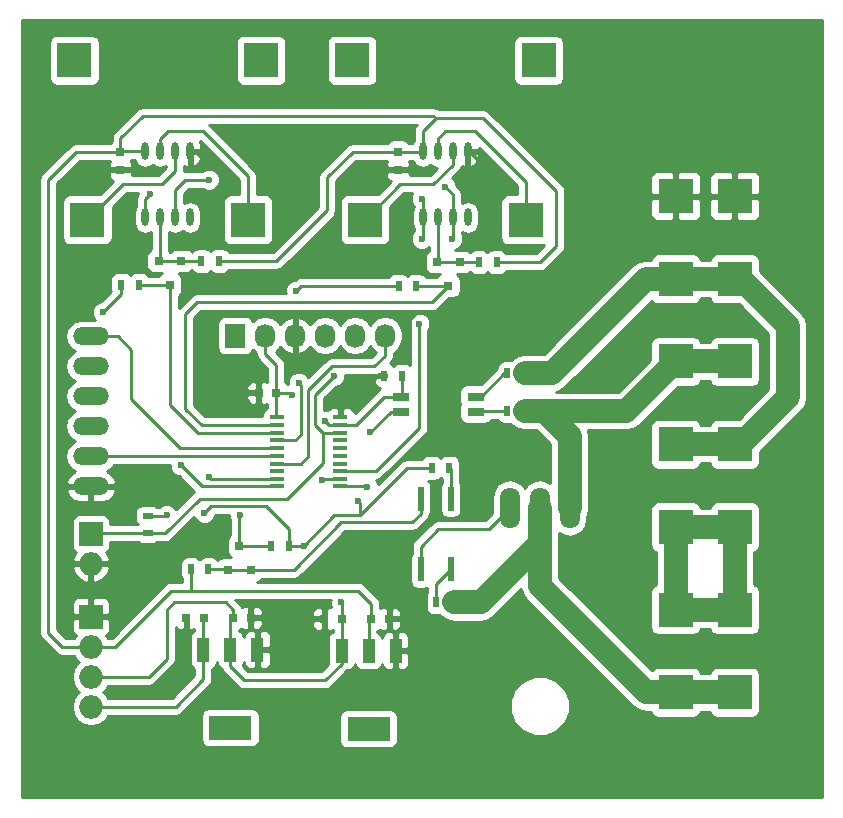
<source format=gtl>
G04 #@! TF.FileFunction,Copper,L1,Top,Signal*
%FSLAX46Y46*%
G04 Gerber Fmt 4.6, Leading zero omitted, Abs format (unit mm)*
G04 Created by KiCad (PCBNEW 4.0.5) date 02/23/17 22:12:15*
%MOMM*%
%LPD*%
G01*
G04 APERTURE LIST*
%ADD10C,0.100000*%
%ADD11R,0.800000X0.750000*%
%ADD12R,0.750000X0.800000*%
%ADD13R,3.000000X3.000000*%
%ADD14O,1.998980X1.998980*%
%ADD15R,1.998980X1.998980*%
%ADD16O,3.014980X1.506220*%
%ADD17R,1.727200X2.032000*%
%ADD18O,1.727200X2.032000*%
%ADD19R,0.800100X0.800100*%
%ADD20R,0.500000X0.900000*%
%ADD21R,0.900000X0.500000*%
%ADD22R,1.270000X0.406400*%
%ADD23R,1.450000X0.800000*%
%ADD24R,0.500000X2.000000*%
%ADD25O,1.699260X3.500120*%
%ADD26O,0.609600X1.473200*%
%ADD27R,3.657600X2.032000*%
%ADD28R,1.016000X2.032000*%
%ADD29C,0.600000*%
%ADD30C,0.250000*%
%ADD31C,2.000000*%
%ADD32C,0.254000*%
G04 APERTURE END LIST*
D10*
D11*
X138700000Y-93650000D03*
X137200000Y-93650000D03*
D12*
X125500000Y-73250000D03*
X125500000Y-74750000D03*
X149000000Y-73250000D03*
X149000000Y-74750000D03*
D11*
X135050000Y-112700000D03*
X136550000Y-112700000D03*
X146750000Y-112800000D03*
X148250000Y-112800000D03*
X132550000Y-112700000D03*
X131050000Y-112700000D03*
X144250000Y-112800000D03*
X142750000Y-112800000D03*
D13*
X172500000Y-119000000D03*
X177500000Y-119000000D03*
X172500000Y-112000000D03*
X177500000Y-112000000D03*
X172500000Y-77000000D03*
X177500000Y-77000000D03*
X172500000Y-84000000D03*
X177500000Y-84000000D03*
X172500000Y-91000000D03*
X177500000Y-91000000D03*
X137400000Y-65500000D03*
X121600000Y-65500000D03*
X122700000Y-79000000D03*
X136300000Y-79000000D03*
X160900000Y-65500000D03*
X145100000Y-65500000D03*
X146200000Y-79000000D03*
X159800000Y-79000000D03*
D14*
X123000000Y-108140000D03*
D15*
X123000000Y-105600000D03*
D16*
X123000000Y-101550000D03*
X123000000Y-99010000D03*
X123000000Y-96470000D03*
X123000000Y-93930000D03*
X123000000Y-91390000D03*
X123000000Y-88850000D03*
D17*
X135200000Y-88800000D03*
D18*
X137740000Y-88800000D03*
X140280000Y-88800000D03*
X142820000Y-88800000D03*
X145360000Y-88800000D03*
X147900000Y-88800000D03*
D14*
X123000000Y-120220000D03*
D15*
X123000000Y-112600000D03*
D14*
X123000000Y-115140000D03*
X123000000Y-117680000D03*
D19*
X154219048Y-82574240D03*
X152319048Y-82574240D03*
X153269048Y-84573220D03*
X130650000Y-82499240D03*
X128750000Y-82499240D03*
X129700000Y-84498220D03*
X134620952Y-108625760D03*
X136520952Y-108625760D03*
X135570952Y-106626780D03*
D20*
X159750000Y-95200000D03*
X158250000Y-95200000D03*
X158250000Y-92000000D03*
X159750000Y-92000000D03*
X153750000Y-111400000D03*
X152250000Y-111400000D03*
X153350000Y-100000000D03*
X151850000Y-100000000D03*
X149350000Y-92200000D03*
X147850000Y-92200000D03*
D21*
X127800000Y-104050000D03*
X127800000Y-105550000D03*
D20*
X138250000Y-106600000D03*
X139750000Y-106600000D03*
X127050000Y-84500000D03*
X125550000Y-84500000D03*
X150550000Y-84600000D03*
X149050000Y-84600000D03*
X155850000Y-82600000D03*
X157350000Y-82600000D03*
X132350000Y-82500000D03*
X133850000Y-82500000D03*
X132950000Y-108600000D03*
X131450000Y-108600000D03*
D13*
X172500000Y-105000000D03*
X177500000Y-105000000D03*
X172500000Y-98000000D03*
X177500000Y-98000000D03*
D22*
X138783000Y-95729000D03*
X138783000Y-96364000D03*
X138783000Y-97024400D03*
X138783000Y-97684800D03*
X138783000Y-98319800D03*
X138783000Y-98980200D03*
X138783000Y-99640600D03*
X138783000Y-100275600D03*
X138783000Y-100936000D03*
X138783000Y-101571000D03*
X144117000Y-101571000D03*
X144117000Y-100936000D03*
X144117000Y-100275600D03*
X144117000Y-99640600D03*
X144117000Y-98980200D03*
X144117000Y-98319800D03*
X144117000Y-97684800D03*
X144117000Y-97024400D03*
X144117000Y-96364000D03*
X144117000Y-95729000D03*
D23*
X155575000Y-95235000D03*
X155575000Y-93965000D03*
X149225000Y-93965000D03*
X149225000Y-95235000D03*
D24*
X153450000Y-102600000D03*
X150910000Y-102600000D03*
X150910000Y-108600000D03*
X153450000Y-108600000D03*
D25*
X161000000Y-103400000D03*
X163540000Y-103400000D03*
X158460000Y-103400000D03*
D26*
X131405000Y-73206000D03*
X130135000Y-73206000D03*
X128865000Y-73206000D03*
X127595000Y-73206000D03*
X127595000Y-78794000D03*
X128865000Y-78794000D03*
X130135000Y-78794000D03*
X131405000Y-78794000D03*
X154905000Y-73206000D03*
X153635000Y-73206000D03*
X152365000Y-73206000D03*
X151095000Y-73206000D03*
X151095000Y-78794000D03*
X152365000Y-78794000D03*
X153635000Y-78794000D03*
X154905000Y-78794000D03*
D27*
X134800000Y-122002000D03*
D28*
X134800000Y-115398000D03*
X132514000Y-115398000D03*
X137086000Y-115398000D03*
D27*
X146500000Y-122102000D03*
D28*
X146500000Y-115498000D03*
X144214000Y-115498000D03*
X148786000Y-115498000D03*
D29*
X145600000Y-102800000D03*
X140400000Y-85000000D03*
X140000000Y-93800000D03*
X146600000Y-97000000D03*
X141000000Y-106600000D03*
X144200000Y-111400000D03*
X132600000Y-103800000D03*
X129400000Y-104000000D03*
X124000000Y-86800000D03*
X140000000Y-113200000D03*
X156200000Y-74400000D03*
X150600000Y-74600000D03*
X133000000Y-74400000D03*
X126800000Y-74800000D03*
X146400000Y-92800000D03*
X152400000Y-87600000D03*
X148800000Y-90800000D03*
X137200000Y-95000000D03*
X143600000Y-92200000D03*
X130600000Y-99800000D03*
X142600000Y-101000000D03*
X140600000Y-92800000D03*
X142800000Y-96000000D03*
X135600000Y-104000000D03*
X133000000Y-100800000D03*
X151000000Y-80600000D03*
X146400000Y-101600000D03*
X151000000Y-77200000D03*
X128000000Y-76800000D03*
X153600000Y-80600000D03*
X150800000Y-87800000D03*
X153000000Y-76200000D03*
X133000000Y-75600000D03*
D30*
X145800000Y-103000000D02*
X145800000Y-104000000D01*
X145600000Y-102800000D02*
X145800000Y-103000000D01*
X149050000Y-84600000D02*
X140800000Y-84600000D01*
X140800000Y-84600000D02*
X140400000Y-85000000D01*
X141000000Y-106600000D02*
X143600000Y-104000000D01*
X143600000Y-104000000D02*
X145800000Y-104000000D01*
X149800000Y-100000000D02*
X151850000Y-100000000D01*
X145800000Y-104000000D02*
X149800000Y-100000000D01*
X149225000Y-95235000D02*
X148365000Y-95235000D01*
X139850000Y-93650000D02*
X138700000Y-93650000D01*
X140000000Y-93800000D02*
X139850000Y-93650000D01*
X148365000Y-95235000D02*
X146600000Y-97000000D01*
X144250000Y-112800000D02*
X144250000Y-111450000D01*
X141000000Y-106600000D02*
X139750000Y-106600000D01*
X144250000Y-111450000D02*
X144200000Y-111400000D01*
X139750000Y-106600000D02*
X139750000Y-105150000D01*
X139750000Y-105150000D02*
X137800000Y-103200000D01*
X137800000Y-103200000D02*
X133200000Y-103200000D01*
X133200000Y-103200000D02*
X132600000Y-103800000D01*
X129400000Y-104000000D02*
X129350000Y-104050000D01*
X129350000Y-104050000D02*
X127800000Y-104050000D01*
X144214000Y-115498000D02*
X144214000Y-116586000D01*
X134800000Y-116800000D02*
X134800000Y-115398000D01*
X136000000Y-118000000D02*
X134800000Y-116800000D01*
X142800000Y-118000000D02*
X136000000Y-118000000D01*
X144214000Y-116586000D02*
X142800000Y-118000000D01*
X135050000Y-112700000D02*
X135050000Y-112050000D01*
X127920000Y-117680000D02*
X123000000Y-117680000D01*
X129400000Y-116200000D02*
X127920000Y-117680000D01*
X129400000Y-112000000D02*
X129400000Y-116200000D01*
X130000000Y-111400000D02*
X129400000Y-112000000D01*
X134400000Y-111400000D02*
X130000000Y-111400000D01*
X135050000Y-112050000D02*
X134400000Y-111400000D01*
X125550000Y-84500000D02*
X125550000Y-85250000D01*
X125550000Y-85250000D02*
X124000000Y-86800000D01*
X138700000Y-93650000D02*
X138700000Y-91300000D01*
X137740000Y-90340000D02*
X137740000Y-88800000D01*
X138700000Y-91300000D02*
X137740000Y-90340000D01*
X134800000Y-115398000D02*
X134800000Y-112950000D01*
X134800000Y-112950000D02*
X135050000Y-112700000D01*
X144214000Y-115498000D02*
X144214000Y-112836000D01*
X144214000Y-112836000D02*
X144250000Y-112800000D01*
X138700000Y-93650000D02*
X138700000Y-95646000D01*
X138700000Y-95646000D02*
X138783000Y-95729000D01*
X139500000Y-112700000D02*
X140000000Y-113200000D01*
X139500000Y-112700000D02*
X136550000Y-112700000D01*
X149000000Y-74750000D02*
X150450000Y-74750000D01*
X156200000Y-74400000D02*
X155006000Y-73206000D01*
X150450000Y-74750000D02*
X150600000Y-74600000D01*
X155006000Y-73206000D02*
X154905000Y-73206000D01*
X125500000Y-74750000D02*
X126750000Y-74750000D01*
X131806000Y-73206000D02*
X131405000Y-73206000D01*
X133000000Y-74400000D02*
X131806000Y-73206000D01*
X126750000Y-74750000D02*
X126800000Y-74800000D01*
X151600000Y-86800000D02*
X152400000Y-87600000D01*
X150600000Y-86800000D02*
X151600000Y-86800000D01*
X150000000Y-87400000D02*
X150600000Y-86800000D01*
X150000000Y-89600000D02*
X150000000Y-87400000D01*
X148800000Y-90800000D02*
X150000000Y-89600000D01*
X137200000Y-93650000D02*
X137200000Y-95000000D01*
X144117000Y-95729000D02*
X144117000Y-95083000D01*
X147000000Y-92200000D02*
X146400000Y-92800000D01*
X147000000Y-92200000D02*
X147850000Y-92200000D01*
X144117000Y-95083000D02*
X146400000Y-92800000D01*
X133850000Y-82500000D02*
X138700000Y-82500000D01*
X145150000Y-73250000D02*
X149000000Y-73250000D01*
X143000000Y-75400000D02*
X145150000Y-73250000D01*
X143000000Y-78200000D02*
X143000000Y-75400000D01*
X138700000Y-82500000D02*
X143000000Y-78200000D01*
X131450000Y-108600000D02*
X131450000Y-110400000D01*
X131450000Y-110400000D02*
X131400000Y-110400000D01*
X146750000Y-112800000D02*
X146750000Y-111550000D01*
X125060000Y-115140000D02*
X123000000Y-115140000D01*
X129800000Y-110400000D02*
X125060000Y-115140000D01*
X145600000Y-110400000D02*
X131400000Y-110400000D01*
X131400000Y-110400000D02*
X129800000Y-110400000D01*
X146750000Y-111550000D02*
X145600000Y-110400000D01*
X125500000Y-73250000D02*
X121750000Y-73250000D01*
X121750000Y-73250000D02*
X119400000Y-75600000D01*
X119400000Y-75600000D02*
X119400000Y-114000000D01*
X119400000Y-114000000D02*
X120540000Y-115140000D01*
X120540000Y-115140000D02*
X123000000Y-115140000D01*
X125500000Y-73250000D02*
X125500000Y-72100000D01*
X152000000Y-70200000D02*
X152200000Y-70400000D01*
X127400000Y-70200000D02*
X152000000Y-70200000D01*
X125500000Y-72100000D02*
X127400000Y-70200000D01*
X127595000Y-73206000D02*
X125544000Y-73206000D01*
X125544000Y-73206000D02*
X125500000Y-73250000D01*
X151095000Y-73206000D02*
X151095000Y-71505000D01*
X151095000Y-71505000D02*
X152200000Y-70400000D01*
X161000000Y-82600000D02*
X157350000Y-82600000D01*
X152200000Y-70400000D02*
X156200000Y-70400000D01*
X156200000Y-70400000D02*
X162400000Y-76600000D01*
X162400000Y-76600000D02*
X162400000Y-81200000D01*
X162400000Y-81200000D02*
X161000000Y-82600000D01*
X146500000Y-115498000D02*
X146500000Y-113050000D01*
X146500000Y-113050000D02*
X146750000Y-112800000D01*
X149000000Y-73250000D02*
X151051000Y-73250000D01*
X151051000Y-73250000D02*
X151095000Y-73206000D01*
X132514000Y-115398000D02*
X132514000Y-117886000D01*
X130180000Y-120220000D02*
X123000000Y-120220000D01*
X132514000Y-117886000D02*
X130180000Y-120220000D01*
X132514000Y-115398000D02*
X132514000Y-112736000D01*
X132514000Y-112736000D02*
X132550000Y-112700000D01*
D31*
X177500000Y-119000000D02*
X172500000Y-119000000D01*
X161000000Y-103400000D02*
X161000000Y-110000000D01*
X170000000Y-119000000D02*
X172500000Y-119000000D01*
X161000000Y-110000000D02*
X170000000Y-119000000D01*
X153750000Y-111400000D02*
X156000000Y-111400000D01*
X161000000Y-106400000D02*
X161000000Y-103400000D01*
X156000000Y-111400000D02*
X161000000Y-106400000D01*
X177500000Y-112000000D02*
X172500000Y-112000000D01*
X177500000Y-105000000D02*
X177500000Y-112000000D01*
X172500000Y-105000000D02*
X172500000Y-112000000D01*
X172500000Y-105000000D02*
X177500000Y-105000000D01*
X172500000Y-98000000D02*
X177500000Y-98000000D01*
X177500000Y-98000000D02*
X178000000Y-98000000D01*
X178000000Y-98000000D02*
X182000000Y-94000000D01*
X182000000Y-94000000D02*
X182000000Y-88000000D01*
X182000000Y-88000000D02*
X178000000Y-84000000D01*
X178000000Y-84000000D02*
X177500000Y-84000000D01*
X172500000Y-84000000D02*
X177500000Y-84000000D01*
X159750000Y-92000000D02*
X162000000Y-92000000D01*
X170000000Y-84000000D02*
X172500000Y-84000000D01*
X162000000Y-92000000D02*
X170000000Y-84000000D01*
X172500000Y-91000000D02*
X177500000Y-91000000D01*
X159750000Y-95200000D02*
X168300000Y-95200000D01*
X168300000Y-95200000D02*
X172500000Y-91000000D01*
X159750000Y-95200000D02*
X161400000Y-95200000D01*
X163540000Y-97340000D02*
X163540000Y-103400000D01*
X161400000Y-95200000D02*
X163540000Y-97340000D01*
D30*
X130135000Y-73206000D02*
X130135000Y-74865000D01*
X125700000Y-76000000D02*
X122700000Y-79000000D01*
X129000000Y-76000000D02*
X125700000Y-76000000D01*
X130135000Y-74865000D02*
X129000000Y-76000000D01*
X128865000Y-73206000D02*
X128865000Y-72135000D01*
X136300000Y-75300000D02*
X136300000Y-79000000D01*
X132500000Y-71500000D02*
X136300000Y-75300000D01*
X129500000Y-71500000D02*
X132500000Y-71500000D01*
X128865000Y-72135000D02*
X129500000Y-71500000D01*
X153635000Y-73206000D02*
X153635000Y-74365000D01*
X149200000Y-76000000D02*
X146200000Y-79000000D01*
X152000000Y-76000000D02*
X149200000Y-76000000D01*
X153635000Y-74365000D02*
X152000000Y-76000000D01*
X152365000Y-73206000D02*
X152365000Y-72135000D01*
X159800000Y-75800000D02*
X159800000Y-79000000D01*
X155500000Y-71500000D02*
X159800000Y-75800000D01*
X153000000Y-71500000D02*
X155500000Y-71500000D01*
X152365000Y-72135000D02*
X153000000Y-71500000D01*
X127800000Y-105550000D02*
X129250000Y-105550000D01*
X142624400Y-99575600D02*
X142624400Y-97024400D01*
X139600000Y-102600000D02*
X142624400Y-99575600D01*
X132200000Y-102600000D02*
X139600000Y-102600000D01*
X129250000Y-105550000D02*
X132200000Y-102600000D01*
X127800000Y-105550000D02*
X123050000Y-105550000D01*
X123050000Y-105550000D02*
X123000000Y-105600000D01*
X143600000Y-92200000D02*
X142000000Y-93800000D01*
X142000000Y-93800000D02*
X142000000Y-96400000D01*
X142000000Y-96400000D02*
X142624400Y-97024400D01*
X142624400Y-97024400D02*
X144117000Y-97024400D01*
X138783000Y-98980200D02*
X123029800Y-98980200D01*
X123029800Y-98980200D02*
X123000000Y-99010000D01*
X138783000Y-101571000D02*
X132371000Y-101571000D01*
X132371000Y-101571000D02*
X130600000Y-99800000D01*
X142664000Y-100936000D02*
X144117000Y-100936000D01*
X142600000Y-101000000D02*
X142664000Y-100936000D01*
X138783000Y-98319800D02*
X130519800Y-98319800D01*
X125250000Y-88850000D02*
X123000000Y-88850000D01*
X126400000Y-90000000D02*
X125250000Y-88850000D01*
X126400000Y-94200000D02*
X126400000Y-90000000D01*
X130519800Y-98319800D02*
X126400000Y-94200000D01*
X140315200Y-97684800D02*
X138783000Y-97684800D01*
X140800000Y-97200000D02*
X140315200Y-97684800D01*
X140800000Y-93000000D02*
X140800000Y-97200000D01*
X140600000Y-92800000D02*
X140800000Y-93000000D01*
X149350000Y-92200000D02*
X149350000Y-93840000D01*
X149350000Y-93840000D02*
X149225000Y-93965000D01*
X144117000Y-96364000D02*
X145436000Y-96364000D01*
X147835000Y-93965000D02*
X149225000Y-93965000D01*
X145436000Y-96364000D02*
X147835000Y-93965000D01*
X143164000Y-96364000D02*
X144117000Y-96364000D01*
X142800000Y-96000000D02*
X143164000Y-96364000D01*
X138783000Y-99640600D02*
X140759400Y-99640600D01*
X147900000Y-90500000D02*
X147900000Y-88800000D01*
X147000000Y-91400000D02*
X147900000Y-90500000D01*
X143400000Y-91400000D02*
X147000000Y-91400000D01*
X141400000Y-93400000D02*
X143400000Y-91400000D01*
X141400000Y-99000000D02*
X141400000Y-93400000D01*
X140759400Y-99640600D02*
X141400000Y-99000000D01*
X152365000Y-78794000D02*
X152365000Y-82528288D01*
X152365000Y-82528288D02*
X152319048Y-82574240D01*
X155850000Y-82600000D02*
X154244808Y-82600000D01*
X154244808Y-82600000D02*
X154219048Y-82574240D01*
X152319048Y-82574240D02*
X154219048Y-82574240D01*
X138783000Y-96364000D02*
X132364000Y-96364000D01*
X151842268Y-86000000D02*
X153269048Y-84573220D01*
X132000000Y-86000000D02*
X151842268Y-86000000D01*
X131000000Y-87000000D02*
X132000000Y-86000000D01*
X131000000Y-95000000D02*
X131000000Y-87000000D01*
X132364000Y-96364000D02*
X131000000Y-95000000D01*
X150550000Y-84600000D02*
X153242268Y-84600000D01*
X153242268Y-84600000D02*
X153269048Y-84573220D01*
X128865000Y-78794000D02*
X128865000Y-82384240D01*
X128865000Y-82384240D02*
X128750000Y-82499240D01*
X132350000Y-82500000D02*
X130650760Y-82500000D01*
X130650760Y-82500000D02*
X130650000Y-82499240D01*
X128750000Y-82499240D02*
X130650000Y-82499240D01*
X129700000Y-84498220D02*
X129700000Y-94700000D01*
X132024400Y-97024400D02*
X138783000Y-97024400D01*
X129700000Y-94700000D02*
X132024400Y-97024400D01*
X127050000Y-84500000D02*
X129698220Y-84500000D01*
X129698220Y-84500000D02*
X129700000Y-84498220D01*
X136520952Y-108625760D02*
X140174240Y-108625760D01*
X150910000Y-103890000D02*
X150910000Y-102600000D01*
X150200000Y-104600000D02*
X150910000Y-103890000D01*
X144200000Y-104600000D02*
X150200000Y-104600000D01*
X140174240Y-108625760D02*
X144200000Y-104600000D01*
X134620952Y-108625760D02*
X136520952Y-108625760D01*
X132950000Y-108600000D02*
X134595192Y-108600000D01*
X134595192Y-108600000D02*
X134620952Y-108625760D01*
X138783000Y-100936000D02*
X133136000Y-100936000D01*
X135570952Y-104029048D02*
X135570952Y-106626780D01*
X135600000Y-104000000D02*
X135570952Y-104029048D01*
X133136000Y-100936000D02*
X133000000Y-100800000D01*
X135570952Y-106626780D02*
X138223220Y-106626780D01*
X138223220Y-106626780D02*
X138250000Y-106600000D01*
X158250000Y-95200000D02*
X155610000Y-95200000D01*
X155610000Y-95200000D02*
X155575000Y-95235000D01*
X155575000Y-93965000D02*
X156035000Y-93965000D01*
X156035000Y-93965000D02*
X158000000Y-92000000D01*
X158000000Y-92000000D02*
X158250000Y-92000000D01*
X152250000Y-111400000D02*
X152250000Y-109800000D01*
X152250000Y-109800000D02*
X153450000Y-108600000D01*
X153450000Y-102600000D02*
X153450000Y-100100000D01*
X153450000Y-100100000D02*
X153350000Y-100000000D01*
X144117000Y-101571000D02*
X146371000Y-101571000D01*
X151095000Y-80505000D02*
X151095000Y-78794000D01*
X151000000Y-80600000D02*
X151095000Y-80505000D01*
X146371000Y-101571000D02*
X146400000Y-101600000D01*
X127595000Y-78794000D02*
X127595000Y-77205000D01*
X151095000Y-77295000D02*
X151095000Y-78794000D01*
X151000000Y-77200000D02*
X151095000Y-77295000D01*
X127595000Y-77205000D02*
X128000000Y-76800000D01*
X144117000Y-100275600D02*
X147124400Y-100275600D01*
X153635000Y-80565000D02*
X153635000Y-78794000D01*
X153600000Y-80600000D02*
X153635000Y-80565000D01*
X150800000Y-96600000D02*
X150800000Y-87800000D01*
X147124400Y-100275600D02*
X150800000Y-96600000D01*
X130135000Y-78794000D02*
X130135000Y-76465000D01*
X153635000Y-76835000D02*
X153635000Y-78794000D01*
X153000000Y-76200000D02*
X153635000Y-76835000D01*
X131000000Y-75600000D02*
X133000000Y-75600000D01*
X130135000Y-76465000D02*
X131000000Y-75600000D01*
X150910000Y-108600000D02*
X150910000Y-106690000D01*
X156660000Y-105200000D02*
X158460000Y-103400000D01*
X152400000Y-105200000D02*
X156660000Y-105200000D01*
X150910000Y-106690000D02*
X152400000Y-105200000D01*
D32*
G36*
X184873000Y-127873000D02*
X117127000Y-127873000D01*
X117127000Y-75600000D01*
X118640000Y-75600000D01*
X118640000Y-114000000D01*
X118697852Y-114290839D01*
X118862599Y-114537401D01*
X120002599Y-115677401D01*
X120249160Y-115842148D01*
X120297414Y-115851746D01*
X120540000Y-115900000D01*
X121558407Y-115900000D01*
X121844241Y-116327781D01*
X121967290Y-116410000D01*
X121844241Y-116492219D01*
X121489928Y-117022486D01*
X121365510Y-117647978D01*
X121365510Y-117712022D01*
X121489928Y-118337514D01*
X121844241Y-118867781D01*
X121967290Y-118950000D01*
X121844241Y-119032219D01*
X121489928Y-119562486D01*
X121365510Y-120187978D01*
X121365510Y-120252022D01*
X121489928Y-120877514D01*
X121844241Y-121407781D01*
X122374508Y-121762094D01*
X123000000Y-121886512D01*
X123625492Y-121762094D01*
X124155759Y-121407781D01*
X124437583Y-120986000D01*
X132323760Y-120986000D01*
X132323760Y-123018000D01*
X132368038Y-123253317D01*
X132507110Y-123469441D01*
X132719310Y-123614431D01*
X132971200Y-123665440D01*
X136628800Y-123665440D01*
X136864117Y-123621162D01*
X137080241Y-123482090D01*
X137225231Y-123269890D01*
X137276240Y-123018000D01*
X137276240Y-121086000D01*
X144023760Y-121086000D01*
X144023760Y-123118000D01*
X144068038Y-123353317D01*
X144207110Y-123569441D01*
X144419310Y-123714431D01*
X144671200Y-123765440D01*
X148328800Y-123765440D01*
X148564117Y-123721162D01*
X148780241Y-123582090D01*
X148925231Y-123369890D01*
X148976240Y-123118000D01*
X148976240Y-121086000D01*
X148931962Y-120850683D01*
X148813132Y-120666015D01*
X158464641Y-120666015D01*
X158849746Y-121598041D01*
X159562208Y-122311748D01*
X160493561Y-122698479D01*
X161502015Y-122699359D01*
X162434041Y-122314254D01*
X163147748Y-121601792D01*
X163534479Y-120670439D01*
X163535359Y-119661985D01*
X163150254Y-118729959D01*
X162437792Y-118016252D01*
X161506439Y-117629521D01*
X160497985Y-117628641D01*
X159565959Y-118013746D01*
X158852252Y-118726208D01*
X158465521Y-119657561D01*
X158464641Y-120666015D01*
X148813132Y-120666015D01*
X148792890Y-120634559D01*
X148580690Y-120489569D01*
X148328800Y-120438560D01*
X144671200Y-120438560D01*
X144435883Y-120482838D01*
X144219759Y-120621910D01*
X144074769Y-120834110D01*
X144023760Y-121086000D01*
X137276240Y-121086000D01*
X137276240Y-120986000D01*
X137231962Y-120750683D01*
X137092890Y-120534559D01*
X136880690Y-120389569D01*
X136628800Y-120338560D01*
X132971200Y-120338560D01*
X132735883Y-120382838D01*
X132519759Y-120521910D01*
X132374769Y-120734110D01*
X132323760Y-120986000D01*
X124437583Y-120986000D01*
X124441593Y-120980000D01*
X130180000Y-120980000D01*
X130470839Y-120922148D01*
X130717401Y-120757401D01*
X133051401Y-118423401D01*
X133216148Y-118176840D01*
X133248091Y-118016252D01*
X133274000Y-117886000D01*
X133274000Y-117006427D01*
X133473441Y-116878090D01*
X133618431Y-116665890D01*
X133656543Y-116477686D01*
X133688838Y-116649317D01*
X133827910Y-116865441D01*
X134040110Y-117010431D01*
X134083610Y-117019240D01*
X134097852Y-117090839D01*
X134262599Y-117337401D01*
X135462599Y-118537401D01*
X135709160Y-118702148D01*
X136000000Y-118760000D01*
X142800000Y-118760000D01*
X143090839Y-118702148D01*
X143337401Y-118537401D01*
X144713362Y-117161440D01*
X144722000Y-117161440D01*
X144957317Y-117117162D01*
X145173441Y-116978090D01*
X145318431Y-116765890D01*
X145356543Y-116577686D01*
X145388838Y-116749317D01*
X145527910Y-116965441D01*
X145740110Y-117110431D01*
X145992000Y-117161440D01*
X147008000Y-117161440D01*
X147243317Y-117117162D01*
X147459441Y-116978090D01*
X147604431Y-116765890D01*
X147643000Y-116575431D01*
X147643000Y-116640310D01*
X147739673Y-116873699D01*
X147918302Y-117052327D01*
X148151691Y-117149000D01*
X148500250Y-117149000D01*
X148659000Y-116990250D01*
X148659000Y-115625000D01*
X148913000Y-115625000D01*
X148913000Y-116990250D01*
X149071750Y-117149000D01*
X149420309Y-117149000D01*
X149653698Y-117052327D01*
X149832327Y-116873699D01*
X149929000Y-116640310D01*
X149929000Y-115783750D01*
X149770250Y-115625000D01*
X148913000Y-115625000D01*
X148659000Y-115625000D01*
X148639000Y-115625000D01*
X148639000Y-115371000D01*
X148659000Y-115371000D01*
X148659000Y-114005750D01*
X148913000Y-114005750D01*
X148913000Y-115371000D01*
X149770250Y-115371000D01*
X149929000Y-115212250D01*
X149929000Y-114355690D01*
X149832327Y-114122301D01*
X149653698Y-113943673D01*
X149420309Y-113847000D01*
X149071750Y-113847000D01*
X148913000Y-114005750D01*
X148659000Y-114005750D01*
X148500250Y-113847000D01*
X148151691Y-113847000D01*
X147918302Y-113943673D01*
X147739673Y-114122301D01*
X147643000Y-114355690D01*
X147643000Y-114415887D01*
X147611162Y-114246683D01*
X147472090Y-114030559D01*
X147260000Y-113885644D01*
X147260000Y-113801742D01*
X147385317Y-113778162D01*
X147488646Y-113711671D01*
X147490302Y-113713327D01*
X147723691Y-113810000D01*
X147964250Y-113810000D01*
X148123000Y-113651250D01*
X148123000Y-112927000D01*
X148377000Y-112927000D01*
X148377000Y-113651250D01*
X148535750Y-113810000D01*
X148776309Y-113810000D01*
X149009698Y-113713327D01*
X149188327Y-113534699D01*
X149285000Y-113301310D01*
X149285000Y-113085750D01*
X149126250Y-112927000D01*
X148377000Y-112927000D01*
X148123000Y-112927000D01*
X148103000Y-112927000D01*
X148103000Y-112673000D01*
X148123000Y-112673000D01*
X148123000Y-111948750D01*
X148377000Y-111948750D01*
X148377000Y-112673000D01*
X149126250Y-112673000D01*
X149285000Y-112514250D01*
X149285000Y-112298690D01*
X149188327Y-112065301D01*
X149009698Y-111886673D01*
X148776309Y-111790000D01*
X148535750Y-111790000D01*
X148377000Y-111948750D01*
X148123000Y-111948750D01*
X147964250Y-111790000D01*
X147723691Y-111790000D01*
X147510000Y-111878514D01*
X147510000Y-111550000D01*
X147452148Y-111259161D01*
X147287401Y-111012599D01*
X146137401Y-109862599D01*
X145890839Y-109697852D01*
X145600000Y-109640000D01*
X137097710Y-109640000D01*
X137156319Y-109628972D01*
X137372443Y-109489900D01*
X137443599Y-109385760D01*
X140174240Y-109385760D01*
X140465079Y-109327908D01*
X140711641Y-109163161D01*
X142274802Y-107600000D01*
X150012560Y-107600000D01*
X150012560Y-109600000D01*
X150056838Y-109835317D01*
X150195910Y-110051441D01*
X150408110Y-110196431D01*
X150660000Y-110247440D01*
X151160000Y-110247440D01*
X151395317Y-110203162D01*
X151490000Y-110142235D01*
X151490000Y-110571614D01*
X151403569Y-110698110D01*
X151352560Y-110950000D01*
X151352560Y-111850000D01*
X151396838Y-112085317D01*
X151535910Y-112301441D01*
X151748110Y-112446431D01*
X152000000Y-112497440D01*
X152500000Y-112497440D01*
X152548565Y-112488302D01*
X152593880Y-112556120D01*
X153124313Y-112910543D01*
X153750000Y-113035000D01*
X155999995Y-113035000D01*
X156000000Y-113035001D01*
X156625688Y-112910543D01*
X157156120Y-112556120D01*
X159422610Y-110289629D01*
X159489457Y-110625688D01*
X159843880Y-111156120D01*
X168843880Y-120156120D01*
X169374312Y-120510543D01*
X170000000Y-120635001D01*
X170000005Y-120635000D01*
X170377962Y-120635000D01*
X170396838Y-120735317D01*
X170535910Y-120951441D01*
X170748110Y-121096431D01*
X171000000Y-121147440D01*
X174000000Y-121147440D01*
X174235317Y-121103162D01*
X174451441Y-120964090D01*
X174596431Y-120751890D01*
X174620102Y-120635000D01*
X175377962Y-120635000D01*
X175396838Y-120735317D01*
X175535910Y-120951441D01*
X175748110Y-121096431D01*
X176000000Y-121147440D01*
X179000000Y-121147440D01*
X179235317Y-121103162D01*
X179451441Y-120964090D01*
X179596431Y-120751890D01*
X179647440Y-120500000D01*
X179647440Y-117500000D01*
X179603162Y-117264683D01*
X179464090Y-117048559D01*
X179251890Y-116903569D01*
X179000000Y-116852560D01*
X176000000Y-116852560D01*
X175764683Y-116896838D01*
X175548559Y-117035910D01*
X175403569Y-117248110D01*
X175379898Y-117365000D01*
X174622038Y-117365000D01*
X174603162Y-117264683D01*
X174464090Y-117048559D01*
X174251890Y-116903569D01*
X174000000Y-116852560D01*
X171000000Y-116852560D01*
X170764683Y-116896838D01*
X170548559Y-117035910D01*
X170467209Y-117154969D01*
X162635000Y-109322760D01*
X162635000Y-106400005D01*
X162635001Y-106400000D01*
X162635000Y-106399995D01*
X162635000Y-105493695D01*
X162971857Y-105718775D01*
X163540000Y-105831786D01*
X164108143Y-105718775D01*
X164589792Y-105396948D01*
X164911619Y-104915299D01*
X165024630Y-104347156D01*
X165024630Y-104064469D01*
X165050543Y-104025687D01*
X165155108Y-103500000D01*
X170352560Y-103500000D01*
X170352560Y-106500000D01*
X170396838Y-106735317D01*
X170535910Y-106951441D01*
X170748110Y-107096431D01*
X170865000Y-107120102D01*
X170865000Y-109877962D01*
X170764683Y-109896838D01*
X170548559Y-110035910D01*
X170403569Y-110248110D01*
X170352560Y-110500000D01*
X170352560Y-113500000D01*
X170396838Y-113735317D01*
X170535910Y-113951441D01*
X170748110Y-114096431D01*
X171000000Y-114147440D01*
X174000000Y-114147440D01*
X174235317Y-114103162D01*
X174451441Y-113964090D01*
X174596431Y-113751890D01*
X174620102Y-113635000D01*
X175377962Y-113635000D01*
X175396838Y-113735317D01*
X175535910Y-113951441D01*
X175748110Y-114096431D01*
X176000000Y-114147440D01*
X179000000Y-114147440D01*
X179235317Y-114103162D01*
X179451441Y-113964090D01*
X179596431Y-113751890D01*
X179647440Y-113500000D01*
X179647440Y-110500000D01*
X179603162Y-110264683D01*
X179464090Y-110048559D01*
X179251890Y-109903569D01*
X179135000Y-109879898D01*
X179135000Y-107122038D01*
X179235317Y-107103162D01*
X179451441Y-106964090D01*
X179596431Y-106751890D01*
X179647440Y-106500000D01*
X179647440Y-103500000D01*
X179603162Y-103264683D01*
X179464090Y-103048559D01*
X179251890Y-102903569D01*
X179000000Y-102852560D01*
X176000000Y-102852560D01*
X175764683Y-102896838D01*
X175548559Y-103035910D01*
X175403569Y-103248110D01*
X175379898Y-103365000D01*
X174622038Y-103365000D01*
X174603162Y-103264683D01*
X174464090Y-103048559D01*
X174251890Y-102903569D01*
X174000000Y-102852560D01*
X171000000Y-102852560D01*
X170764683Y-102896838D01*
X170548559Y-103035910D01*
X170403569Y-103248110D01*
X170352560Y-103500000D01*
X165155108Y-103500000D01*
X165175000Y-103400000D01*
X165175000Y-97340005D01*
X165175001Y-97340000D01*
X165074550Y-96835000D01*
X168299995Y-96835000D01*
X168300000Y-96835001D01*
X168925688Y-96710543D01*
X169456120Y-96356120D01*
X172664800Y-93147440D01*
X174000000Y-93147440D01*
X174235317Y-93103162D01*
X174451441Y-92964090D01*
X174596431Y-92751890D01*
X174620102Y-92635000D01*
X175377962Y-92635000D01*
X175396838Y-92735317D01*
X175535910Y-92951441D01*
X175748110Y-93096431D01*
X176000000Y-93147440D01*
X179000000Y-93147440D01*
X179235317Y-93103162D01*
X179451441Y-92964090D01*
X179596431Y-92751890D01*
X179647440Y-92500000D01*
X179647440Y-89500000D01*
X179603162Y-89264683D01*
X179464090Y-89048559D01*
X179251890Y-88903569D01*
X179000000Y-88852560D01*
X176000000Y-88852560D01*
X175764683Y-88896838D01*
X175548559Y-89035910D01*
X175403569Y-89248110D01*
X175379898Y-89365000D01*
X174622038Y-89365000D01*
X174603162Y-89264683D01*
X174464090Y-89048559D01*
X174251890Y-88903569D01*
X174000000Y-88852560D01*
X171000000Y-88852560D01*
X170764683Y-88896838D01*
X170548559Y-89035910D01*
X170403569Y-89248110D01*
X170352560Y-89500000D01*
X170352560Y-90835200D01*
X167622760Y-93565000D01*
X162351916Y-93565000D01*
X162625688Y-93510543D01*
X163156120Y-93156120D01*
X170467347Y-85844892D01*
X170535910Y-85951441D01*
X170748110Y-86096431D01*
X171000000Y-86147440D01*
X174000000Y-86147440D01*
X174235317Y-86103162D01*
X174451441Y-85964090D01*
X174596431Y-85751890D01*
X174620102Y-85635000D01*
X175377962Y-85635000D01*
X175396838Y-85735317D01*
X175535910Y-85951441D01*
X175748110Y-86096431D01*
X176000000Y-86147440D01*
X177835200Y-86147440D01*
X180365000Y-88677239D01*
X180365000Y-93322761D01*
X177835200Y-95852560D01*
X176000000Y-95852560D01*
X175764683Y-95896838D01*
X175548559Y-96035910D01*
X175403569Y-96248110D01*
X175379898Y-96365000D01*
X174622038Y-96365000D01*
X174603162Y-96264683D01*
X174464090Y-96048559D01*
X174251890Y-95903569D01*
X174000000Y-95852560D01*
X171000000Y-95852560D01*
X170764683Y-95896838D01*
X170548559Y-96035910D01*
X170403569Y-96248110D01*
X170352560Y-96500000D01*
X170352560Y-99500000D01*
X170396838Y-99735317D01*
X170535910Y-99951441D01*
X170748110Y-100096431D01*
X171000000Y-100147440D01*
X174000000Y-100147440D01*
X174235317Y-100103162D01*
X174451441Y-99964090D01*
X174596431Y-99751890D01*
X174620102Y-99635000D01*
X175377962Y-99635000D01*
X175396838Y-99735317D01*
X175535910Y-99951441D01*
X175748110Y-100096431D01*
X176000000Y-100147440D01*
X179000000Y-100147440D01*
X179235317Y-100103162D01*
X179451441Y-99964090D01*
X179596431Y-99751890D01*
X179647440Y-99500000D01*
X179647440Y-98664800D01*
X183156117Y-95156122D01*
X183156120Y-95156120D01*
X183427480Y-94750000D01*
X183510543Y-94625688D01*
X183635000Y-94000000D01*
X183635000Y-88000000D01*
X183608835Y-87868458D01*
X183510543Y-87374312D01*
X183321132Y-87090839D01*
X183156120Y-86843880D01*
X183156117Y-86843878D01*
X179647440Y-83335200D01*
X179647440Y-82500000D01*
X179603162Y-82264683D01*
X179464090Y-82048559D01*
X179251890Y-81903569D01*
X179000000Y-81852560D01*
X176000000Y-81852560D01*
X175764683Y-81896838D01*
X175548559Y-82035910D01*
X175403569Y-82248110D01*
X175379898Y-82365000D01*
X174622038Y-82365000D01*
X174603162Y-82264683D01*
X174464090Y-82048559D01*
X174251890Y-81903569D01*
X174000000Y-81852560D01*
X171000000Y-81852560D01*
X170764683Y-81896838D01*
X170548559Y-82035910D01*
X170403569Y-82248110D01*
X170379898Y-82365000D01*
X170000000Y-82365000D01*
X169374313Y-82489457D01*
X168843880Y-82843880D01*
X168843878Y-82843883D01*
X161322760Y-90365000D01*
X159750000Y-90365000D01*
X159124313Y-90489457D01*
X158593880Y-90843880D01*
X158548156Y-90912312D01*
X158500000Y-90902560D01*
X158000000Y-90902560D01*
X157764683Y-90946838D01*
X157548559Y-91085910D01*
X157403569Y-91298110D01*
X157352560Y-91550000D01*
X157352560Y-91572638D01*
X156007638Y-92917560D01*
X154850000Y-92917560D01*
X154614683Y-92961838D01*
X154398559Y-93100910D01*
X154253569Y-93313110D01*
X154202560Y-93565000D01*
X154202560Y-94365000D01*
X154246838Y-94600317D01*
X154249307Y-94604155D01*
X154202560Y-94835000D01*
X154202560Y-95635000D01*
X154246838Y-95870317D01*
X154385910Y-96086441D01*
X154598110Y-96231431D01*
X154850000Y-96282440D01*
X156300000Y-96282440D01*
X156535317Y-96238162D01*
X156751441Y-96099090D01*
X156846477Y-95960000D01*
X157444895Y-95960000D01*
X157535910Y-96101441D01*
X157748110Y-96246431D01*
X158000000Y-96297440D01*
X158500000Y-96297440D01*
X158548565Y-96288302D01*
X158593880Y-96356120D01*
X159124313Y-96710543D01*
X159750000Y-96835000D01*
X160722760Y-96835000D01*
X161905000Y-98017240D01*
X161905000Y-101306305D01*
X161568143Y-101081225D01*
X161000000Y-100968214D01*
X160431857Y-101081225D01*
X159950208Y-101403052D01*
X159730000Y-101732617D01*
X159509792Y-101403052D01*
X159028143Y-101081225D01*
X158460000Y-100968214D01*
X157891857Y-101081225D01*
X157410208Y-101403052D01*
X157088381Y-101884701D01*
X156975370Y-102452844D01*
X156975370Y-103809828D01*
X156345198Y-104440000D01*
X152400000Y-104440000D01*
X152109160Y-104497852D01*
X151862599Y-104662599D01*
X150372599Y-106152599D01*
X150207852Y-106399161D01*
X150150000Y-106690000D01*
X150150000Y-107221614D01*
X150063569Y-107348110D01*
X150012560Y-107600000D01*
X142274802Y-107600000D01*
X144514802Y-105360000D01*
X150200000Y-105360000D01*
X150490839Y-105302148D01*
X150737401Y-105137401D01*
X151447401Y-104427401D01*
X151612148Y-104180839D01*
X151645199Y-104014684D01*
X151756431Y-103851890D01*
X151807440Y-103600000D01*
X151807440Y-101600000D01*
X151763162Y-101364683D01*
X151624090Y-101148559D01*
X151527909Y-101082841D01*
X151600000Y-101097440D01*
X152100000Y-101097440D01*
X152335317Y-101053162D01*
X152551441Y-100914090D01*
X152599134Y-100844289D01*
X152635910Y-100901441D01*
X152690000Y-100938399D01*
X152690000Y-101221614D01*
X152603569Y-101348110D01*
X152552560Y-101600000D01*
X152552560Y-103600000D01*
X152596838Y-103835317D01*
X152735910Y-104051441D01*
X152948110Y-104196431D01*
X153200000Y-104247440D01*
X153700000Y-104247440D01*
X153935317Y-104203162D01*
X154151441Y-104064090D01*
X154296431Y-103851890D01*
X154347440Y-103600000D01*
X154347440Y-101600000D01*
X154303162Y-101364683D01*
X154210000Y-101219905D01*
X154210000Y-100634884D01*
X154247440Y-100450000D01*
X154247440Y-99550000D01*
X154203162Y-99314683D01*
X154064090Y-99098559D01*
X153851890Y-98953569D01*
X153600000Y-98902560D01*
X153100000Y-98902560D01*
X152864683Y-98946838D01*
X152648559Y-99085910D01*
X152600866Y-99155711D01*
X152564090Y-99098559D01*
X152351890Y-98953569D01*
X152100000Y-98902560D01*
X151600000Y-98902560D01*
X151364683Y-98946838D01*
X151148559Y-99085910D01*
X151043274Y-99240000D01*
X149800000Y-99240000D01*
X149509160Y-99297852D01*
X149262599Y-99462599D01*
X147327912Y-101397286D01*
X147193117Y-101071057D01*
X147152201Y-101030070D01*
X147415239Y-100977748D01*
X147661801Y-100813001D01*
X151337401Y-97137401D01*
X151502148Y-96890840D01*
X151560000Y-96600000D01*
X151560000Y-88362463D01*
X151592192Y-88330327D01*
X151734838Y-87986799D01*
X151735162Y-87614833D01*
X151593117Y-87271057D01*
X151330327Y-87007808D01*
X150986799Y-86865162D01*
X150614833Y-86864838D01*
X150271057Y-87006883D01*
X150007808Y-87269673D01*
X149865162Y-87613201D01*
X149864838Y-87985167D01*
X150006883Y-88328943D01*
X150040000Y-88362118D01*
X150040000Y-91282099D01*
X149851890Y-91153569D01*
X149600000Y-91102560D01*
X149100000Y-91102560D01*
X148864683Y-91146838D01*
X148648559Y-91285910D01*
X148602031Y-91354006D01*
X148459698Y-91211673D01*
X148320703Y-91154099D01*
X148437401Y-91037401D01*
X148602148Y-90790840D01*
X148660000Y-90500000D01*
X148660000Y-90244648D01*
X148959670Y-90044415D01*
X149284526Y-89558234D01*
X149398600Y-88984745D01*
X149398600Y-88615255D01*
X149284526Y-88041766D01*
X148959670Y-87555585D01*
X148473489Y-87230729D01*
X147900000Y-87116655D01*
X147326511Y-87230729D01*
X146840330Y-87555585D01*
X146630000Y-87870366D01*
X146419670Y-87555585D01*
X145933489Y-87230729D01*
X145360000Y-87116655D01*
X144786511Y-87230729D01*
X144300330Y-87555585D01*
X144090000Y-87870366D01*
X143879670Y-87555585D01*
X143393489Y-87230729D01*
X142820000Y-87116655D01*
X142246511Y-87230729D01*
X141760330Y-87555585D01*
X141553539Y-87865069D01*
X141182036Y-87449268D01*
X140654791Y-87195291D01*
X140639026Y-87192642D01*
X140407000Y-87313783D01*
X140407000Y-88673000D01*
X140427000Y-88673000D01*
X140427000Y-88927000D01*
X140407000Y-88927000D01*
X140407000Y-90286217D01*
X140639026Y-90407358D01*
X140654791Y-90404709D01*
X141182036Y-90150732D01*
X141553539Y-89734931D01*
X141760330Y-90044415D01*
X142246511Y-90369271D01*
X142820000Y-90483345D01*
X143393489Y-90369271D01*
X143879670Y-90044415D01*
X144090000Y-89729634D01*
X144300330Y-90044415D01*
X144786511Y-90369271D01*
X145360000Y-90483345D01*
X145933489Y-90369271D01*
X146419670Y-90044415D01*
X146630000Y-89729634D01*
X146840330Y-90044415D01*
X147104362Y-90220836D01*
X146685198Y-90640000D01*
X143400000Y-90640000D01*
X143109161Y-90697852D01*
X142862599Y-90862599D01*
X141410959Y-92314239D01*
X141393117Y-92271057D01*
X141130327Y-92007808D01*
X140786799Y-91865162D01*
X140414833Y-91864838D01*
X140071057Y-92006883D01*
X139807808Y-92269673D01*
X139665162Y-92613201D01*
X139664921Y-92890000D01*
X139606844Y-92890000D01*
X139564090Y-92823559D01*
X139460000Y-92752437D01*
X139460000Y-91300000D01*
X139402148Y-91009161D01*
X139237401Y-90762599D01*
X138631551Y-90156749D01*
X138799670Y-90044415D01*
X139006461Y-89734931D01*
X139377964Y-90150732D01*
X139905209Y-90404709D01*
X139920974Y-90407358D01*
X140153000Y-90286217D01*
X140153000Y-88927000D01*
X140133000Y-88927000D01*
X140133000Y-88673000D01*
X140153000Y-88673000D01*
X140153000Y-87313783D01*
X139920974Y-87192642D01*
X139905209Y-87195291D01*
X139377964Y-87449268D01*
X139006461Y-87865069D01*
X138799670Y-87555585D01*
X138313489Y-87230729D01*
X137740000Y-87116655D01*
X137166511Y-87230729D01*
X136680330Y-87555585D01*
X136670757Y-87569913D01*
X136666762Y-87548683D01*
X136527690Y-87332559D01*
X136315490Y-87187569D01*
X136063600Y-87136560D01*
X134336400Y-87136560D01*
X134101083Y-87180838D01*
X133884959Y-87319910D01*
X133739969Y-87532110D01*
X133688960Y-87784000D01*
X133688960Y-89816000D01*
X133733238Y-90051317D01*
X133872310Y-90267441D01*
X134084510Y-90412431D01*
X134336400Y-90463440D01*
X136063600Y-90463440D01*
X136298917Y-90419162D01*
X136515041Y-90280090D01*
X136660031Y-90067890D01*
X136668400Y-90026561D01*
X136680330Y-90044415D01*
X136980000Y-90244648D01*
X136980000Y-90340000D01*
X137037852Y-90630839D01*
X137202599Y-90877401D01*
X137940000Y-91614802D01*
X137940000Y-92728514D01*
X137726309Y-92640000D01*
X137485750Y-92640000D01*
X137327000Y-92798750D01*
X137327000Y-93523000D01*
X137347000Y-93523000D01*
X137347000Y-93777000D01*
X137327000Y-93777000D01*
X137327000Y-94501250D01*
X137485750Y-94660000D01*
X137726309Y-94660000D01*
X137940000Y-94571486D01*
X137940000Y-94917498D01*
X137912683Y-94922638D01*
X137696559Y-95061710D01*
X137551569Y-95273910D01*
X137500560Y-95525800D01*
X137500560Y-95604000D01*
X132678802Y-95604000D01*
X131760000Y-94685198D01*
X131760000Y-93935750D01*
X136165000Y-93935750D01*
X136165000Y-94151310D01*
X136261673Y-94384699D01*
X136440302Y-94563327D01*
X136673691Y-94660000D01*
X136914250Y-94660000D01*
X137073000Y-94501250D01*
X137073000Y-93777000D01*
X136323750Y-93777000D01*
X136165000Y-93935750D01*
X131760000Y-93935750D01*
X131760000Y-93148690D01*
X136165000Y-93148690D01*
X136165000Y-93364250D01*
X136323750Y-93523000D01*
X137073000Y-93523000D01*
X137073000Y-92798750D01*
X136914250Y-92640000D01*
X136673691Y-92640000D01*
X136440302Y-92736673D01*
X136261673Y-92915301D01*
X136165000Y-93148690D01*
X131760000Y-93148690D01*
X131760000Y-87314802D01*
X132314802Y-86760000D01*
X151842268Y-86760000D01*
X152133107Y-86702148D01*
X152379669Y-86537401D01*
X153296360Y-85620710D01*
X153669098Y-85620710D01*
X153904415Y-85576432D01*
X154120539Y-85437360D01*
X154265529Y-85225160D01*
X154316538Y-84973270D01*
X154316538Y-84173170D01*
X154272260Y-83937853D01*
X154133188Y-83721729D01*
X153986835Y-83621730D01*
X154619098Y-83621730D01*
X154854415Y-83577452D01*
X155070539Y-83438380D01*
X155083307Y-83419694D01*
X155135910Y-83501441D01*
X155348110Y-83646431D01*
X155600000Y-83697440D01*
X156100000Y-83697440D01*
X156335317Y-83653162D01*
X156551441Y-83514090D01*
X156599134Y-83444289D01*
X156635910Y-83501441D01*
X156848110Y-83646431D01*
X157100000Y-83697440D01*
X157600000Y-83697440D01*
X157835317Y-83653162D01*
X158051441Y-83514090D01*
X158156726Y-83360000D01*
X161000000Y-83360000D01*
X161290839Y-83302148D01*
X161537401Y-83137401D01*
X162937401Y-81737401D01*
X163102148Y-81490839D01*
X163160000Y-81200000D01*
X163160000Y-77285750D01*
X170365000Y-77285750D01*
X170365000Y-78626310D01*
X170461673Y-78859699D01*
X170640302Y-79038327D01*
X170873691Y-79135000D01*
X172214250Y-79135000D01*
X172373000Y-78976250D01*
X172373000Y-77127000D01*
X172627000Y-77127000D01*
X172627000Y-78976250D01*
X172785750Y-79135000D01*
X174126309Y-79135000D01*
X174359698Y-79038327D01*
X174538327Y-78859699D01*
X174635000Y-78626310D01*
X174635000Y-77285750D01*
X175365000Y-77285750D01*
X175365000Y-78626310D01*
X175461673Y-78859699D01*
X175640302Y-79038327D01*
X175873691Y-79135000D01*
X177214250Y-79135000D01*
X177373000Y-78976250D01*
X177373000Y-77127000D01*
X177627000Y-77127000D01*
X177627000Y-78976250D01*
X177785750Y-79135000D01*
X179126309Y-79135000D01*
X179359698Y-79038327D01*
X179538327Y-78859699D01*
X179635000Y-78626310D01*
X179635000Y-77285750D01*
X179476250Y-77127000D01*
X177627000Y-77127000D01*
X177373000Y-77127000D01*
X175523750Y-77127000D01*
X175365000Y-77285750D01*
X174635000Y-77285750D01*
X174476250Y-77127000D01*
X172627000Y-77127000D01*
X172373000Y-77127000D01*
X170523750Y-77127000D01*
X170365000Y-77285750D01*
X163160000Y-77285750D01*
X163160000Y-76600000D01*
X163102148Y-76309161D01*
X162937401Y-76062599D01*
X162248492Y-75373690D01*
X170365000Y-75373690D01*
X170365000Y-76714250D01*
X170523750Y-76873000D01*
X172373000Y-76873000D01*
X172373000Y-75023750D01*
X172627000Y-75023750D01*
X172627000Y-76873000D01*
X174476250Y-76873000D01*
X174635000Y-76714250D01*
X174635000Y-75373690D01*
X175365000Y-75373690D01*
X175365000Y-76714250D01*
X175523750Y-76873000D01*
X177373000Y-76873000D01*
X177373000Y-75023750D01*
X177627000Y-75023750D01*
X177627000Y-76873000D01*
X179476250Y-76873000D01*
X179635000Y-76714250D01*
X179635000Y-75373690D01*
X179538327Y-75140301D01*
X179359698Y-74961673D01*
X179126309Y-74865000D01*
X177785750Y-74865000D01*
X177627000Y-75023750D01*
X177373000Y-75023750D01*
X177214250Y-74865000D01*
X175873691Y-74865000D01*
X175640302Y-74961673D01*
X175461673Y-75140301D01*
X175365000Y-75373690D01*
X174635000Y-75373690D01*
X174538327Y-75140301D01*
X174359698Y-74961673D01*
X174126309Y-74865000D01*
X172785750Y-74865000D01*
X172627000Y-75023750D01*
X172373000Y-75023750D01*
X172214250Y-74865000D01*
X170873691Y-74865000D01*
X170640302Y-74961673D01*
X170461673Y-75140301D01*
X170365000Y-75373690D01*
X162248492Y-75373690D01*
X156737401Y-69862599D01*
X156490839Y-69697852D01*
X156200000Y-69640000D01*
X152503579Y-69640000D01*
X152290839Y-69497852D01*
X152000000Y-69440000D01*
X127400000Y-69440000D01*
X127109161Y-69497852D01*
X126862599Y-69662599D01*
X124962599Y-71562599D01*
X124797852Y-71809161D01*
X124740000Y-72100000D01*
X124740000Y-72343156D01*
X124673559Y-72385910D01*
X124602437Y-72490000D01*
X121750000Y-72490000D01*
X121459161Y-72547852D01*
X121212599Y-72712599D01*
X118862599Y-75062599D01*
X118697852Y-75309161D01*
X118640000Y-75600000D01*
X117127000Y-75600000D01*
X117127000Y-64000000D01*
X119452560Y-64000000D01*
X119452560Y-67000000D01*
X119496838Y-67235317D01*
X119635910Y-67451441D01*
X119848110Y-67596431D01*
X120100000Y-67647440D01*
X123100000Y-67647440D01*
X123335317Y-67603162D01*
X123551441Y-67464090D01*
X123696431Y-67251890D01*
X123747440Y-67000000D01*
X123747440Y-64000000D01*
X135252560Y-64000000D01*
X135252560Y-67000000D01*
X135296838Y-67235317D01*
X135435910Y-67451441D01*
X135648110Y-67596431D01*
X135900000Y-67647440D01*
X138900000Y-67647440D01*
X139135317Y-67603162D01*
X139351441Y-67464090D01*
X139496431Y-67251890D01*
X139547440Y-67000000D01*
X139547440Y-64000000D01*
X142952560Y-64000000D01*
X142952560Y-67000000D01*
X142996838Y-67235317D01*
X143135910Y-67451441D01*
X143348110Y-67596431D01*
X143600000Y-67647440D01*
X146600000Y-67647440D01*
X146835317Y-67603162D01*
X147051441Y-67464090D01*
X147196431Y-67251890D01*
X147247440Y-67000000D01*
X147247440Y-64000000D01*
X158752560Y-64000000D01*
X158752560Y-67000000D01*
X158796838Y-67235317D01*
X158935910Y-67451441D01*
X159148110Y-67596431D01*
X159400000Y-67647440D01*
X162400000Y-67647440D01*
X162635317Y-67603162D01*
X162851441Y-67464090D01*
X162996431Y-67251890D01*
X163047440Y-67000000D01*
X163047440Y-64000000D01*
X163003162Y-63764683D01*
X162864090Y-63548559D01*
X162651890Y-63403569D01*
X162400000Y-63352560D01*
X159400000Y-63352560D01*
X159164683Y-63396838D01*
X158948559Y-63535910D01*
X158803569Y-63748110D01*
X158752560Y-64000000D01*
X147247440Y-64000000D01*
X147203162Y-63764683D01*
X147064090Y-63548559D01*
X146851890Y-63403569D01*
X146600000Y-63352560D01*
X143600000Y-63352560D01*
X143364683Y-63396838D01*
X143148559Y-63535910D01*
X143003569Y-63748110D01*
X142952560Y-64000000D01*
X139547440Y-64000000D01*
X139503162Y-63764683D01*
X139364090Y-63548559D01*
X139151890Y-63403569D01*
X138900000Y-63352560D01*
X135900000Y-63352560D01*
X135664683Y-63396838D01*
X135448559Y-63535910D01*
X135303569Y-63748110D01*
X135252560Y-64000000D01*
X123747440Y-64000000D01*
X123703162Y-63764683D01*
X123564090Y-63548559D01*
X123351890Y-63403569D01*
X123100000Y-63352560D01*
X120100000Y-63352560D01*
X119864683Y-63396838D01*
X119648559Y-63535910D01*
X119503569Y-63748110D01*
X119452560Y-64000000D01*
X117127000Y-64000000D01*
X117127000Y-62127000D01*
X184873000Y-62127000D01*
X184873000Y-127873000D01*
X184873000Y-127873000D01*
G37*
X184873000Y-127873000D02*
X117127000Y-127873000D01*
X117127000Y-75600000D01*
X118640000Y-75600000D01*
X118640000Y-114000000D01*
X118697852Y-114290839D01*
X118862599Y-114537401D01*
X120002599Y-115677401D01*
X120249160Y-115842148D01*
X120297414Y-115851746D01*
X120540000Y-115900000D01*
X121558407Y-115900000D01*
X121844241Y-116327781D01*
X121967290Y-116410000D01*
X121844241Y-116492219D01*
X121489928Y-117022486D01*
X121365510Y-117647978D01*
X121365510Y-117712022D01*
X121489928Y-118337514D01*
X121844241Y-118867781D01*
X121967290Y-118950000D01*
X121844241Y-119032219D01*
X121489928Y-119562486D01*
X121365510Y-120187978D01*
X121365510Y-120252022D01*
X121489928Y-120877514D01*
X121844241Y-121407781D01*
X122374508Y-121762094D01*
X123000000Y-121886512D01*
X123625492Y-121762094D01*
X124155759Y-121407781D01*
X124437583Y-120986000D01*
X132323760Y-120986000D01*
X132323760Y-123018000D01*
X132368038Y-123253317D01*
X132507110Y-123469441D01*
X132719310Y-123614431D01*
X132971200Y-123665440D01*
X136628800Y-123665440D01*
X136864117Y-123621162D01*
X137080241Y-123482090D01*
X137225231Y-123269890D01*
X137276240Y-123018000D01*
X137276240Y-121086000D01*
X144023760Y-121086000D01*
X144023760Y-123118000D01*
X144068038Y-123353317D01*
X144207110Y-123569441D01*
X144419310Y-123714431D01*
X144671200Y-123765440D01*
X148328800Y-123765440D01*
X148564117Y-123721162D01*
X148780241Y-123582090D01*
X148925231Y-123369890D01*
X148976240Y-123118000D01*
X148976240Y-121086000D01*
X148931962Y-120850683D01*
X148813132Y-120666015D01*
X158464641Y-120666015D01*
X158849746Y-121598041D01*
X159562208Y-122311748D01*
X160493561Y-122698479D01*
X161502015Y-122699359D01*
X162434041Y-122314254D01*
X163147748Y-121601792D01*
X163534479Y-120670439D01*
X163535359Y-119661985D01*
X163150254Y-118729959D01*
X162437792Y-118016252D01*
X161506439Y-117629521D01*
X160497985Y-117628641D01*
X159565959Y-118013746D01*
X158852252Y-118726208D01*
X158465521Y-119657561D01*
X158464641Y-120666015D01*
X148813132Y-120666015D01*
X148792890Y-120634559D01*
X148580690Y-120489569D01*
X148328800Y-120438560D01*
X144671200Y-120438560D01*
X144435883Y-120482838D01*
X144219759Y-120621910D01*
X144074769Y-120834110D01*
X144023760Y-121086000D01*
X137276240Y-121086000D01*
X137276240Y-120986000D01*
X137231962Y-120750683D01*
X137092890Y-120534559D01*
X136880690Y-120389569D01*
X136628800Y-120338560D01*
X132971200Y-120338560D01*
X132735883Y-120382838D01*
X132519759Y-120521910D01*
X132374769Y-120734110D01*
X132323760Y-120986000D01*
X124437583Y-120986000D01*
X124441593Y-120980000D01*
X130180000Y-120980000D01*
X130470839Y-120922148D01*
X130717401Y-120757401D01*
X133051401Y-118423401D01*
X133216148Y-118176840D01*
X133248091Y-118016252D01*
X133274000Y-117886000D01*
X133274000Y-117006427D01*
X133473441Y-116878090D01*
X133618431Y-116665890D01*
X133656543Y-116477686D01*
X133688838Y-116649317D01*
X133827910Y-116865441D01*
X134040110Y-117010431D01*
X134083610Y-117019240D01*
X134097852Y-117090839D01*
X134262599Y-117337401D01*
X135462599Y-118537401D01*
X135709160Y-118702148D01*
X136000000Y-118760000D01*
X142800000Y-118760000D01*
X143090839Y-118702148D01*
X143337401Y-118537401D01*
X144713362Y-117161440D01*
X144722000Y-117161440D01*
X144957317Y-117117162D01*
X145173441Y-116978090D01*
X145318431Y-116765890D01*
X145356543Y-116577686D01*
X145388838Y-116749317D01*
X145527910Y-116965441D01*
X145740110Y-117110431D01*
X145992000Y-117161440D01*
X147008000Y-117161440D01*
X147243317Y-117117162D01*
X147459441Y-116978090D01*
X147604431Y-116765890D01*
X147643000Y-116575431D01*
X147643000Y-116640310D01*
X147739673Y-116873699D01*
X147918302Y-117052327D01*
X148151691Y-117149000D01*
X148500250Y-117149000D01*
X148659000Y-116990250D01*
X148659000Y-115625000D01*
X148913000Y-115625000D01*
X148913000Y-116990250D01*
X149071750Y-117149000D01*
X149420309Y-117149000D01*
X149653698Y-117052327D01*
X149832327Y-116873699D01*
X149929000Y-116640310D01*
X149929000Y-115783750D01*
X149770250Y-115625000D01*
X148913000Y-115625000D01*
X148659000Y-115625000D01*
X148639000Y-115625000D01*
X148639000Y-115371000D01*
X148659000Y-115371000D01*
X148659000Y-114005750D01*
X148913000Y-114005750D01*
X148913000Y-115371000D01*
X149770250Y-115371000D01*
X149929000Y-115212250D01*
X149929000Y-114355690D01*
X149832327Y-114122301D01*
X149653698Y-113943673D01*
X149420309Y-113847000D01*
X149071750Y-113847000D01*
X148913000Y-114005750D01*
X148659000Y-114005750D01*
X148500250Y-113847000D01*
X148151691Y-113847000D01*
X147918302Y-113943673D01*
X147739673Y-114122301D01*
X147643000Y-114355690D01*
X147643000Y-114415887D01*
X147611162Y-114246683D01*
X147472090Y-114030559D01*
X147260000Y-113885644D01*
X147260000Y-113801742D01*
X147385317Y-113778162D01*
X147488646Y-113711671D01*
X147490302Y-113713327D01*
X147723691Y-113810000D01*
X147964250Y-113810000D01*
X148123000Y-113651250D01*
X148123000Y-112927000D01*
X148377000Y-112927000D01*
X148377000Y-113651250D01*
X148535750Y-113810000D01*
X148776309Y-113810000D01*
X149009698Y-113713327D01*
X149188327Y-113534699D01*
X149285000Y-113301310D01*
X149285000Y-113085750D01*
X149126250Y-112927000D01*
X148377000Y-112927000D01*
X148123000Y-112927000D01*
X148103000Y-112927000D01*
X148103000Y-112673000D01*
X148123000Y-112673000D01*
X148123000Y-111948750D01*
X148377000Y-111948750D01*
X148377000Y-112673000D01*
X149126250Y-112673000D01*
X149285000Y-112514250D01*
X149285000Y-112298690D01*
X149188327Y-112065301D01*
X149009698Y-111886673D01*
X148776309Y-111790000D01*
X148535750Y-111790000D01*
X148377000Y-111948750D01*
X148123000Y-111948750D01*
X147964250Y-111790000D01*
X147723691Y-111790000D01*
X147510000Y-111878514D01*
X147510000Y-111550000D01*
X147452148Y-111259161D01*
X147287401Y-111012599D01*
X146137401Y-109862599D01*
X145890839Y-109697852D01*
X145600000Y-109640000D01*
X137097710Y-109640000D01*
X137156319Y-109628972D01*
X137372443Y-109489900D01*
X137443599Y-109385760D01*
X140174240Y-109385760D01*
X140465079Y-109327908D01*
X140711641Y-109163161D01*
X142274802Y-107600000D01*
X150012560Y-107600000D01*
X150012560Y-109600000D01*
X150056838Y-109835317D01*
X150195910Y-110051441D01*
X150408110Y-110196431D01*
X150660000Y-110247440D01*
X151160000Y-110247440D01*
X151395317Y-110203162D01*
X151490000Y-110142235D01*
X151490000Y-110571614D01*
X151403569Y-110698110D01*
X151352560Y-110950000D01*
X151352560Y-111850000D01*
X151396838Y-112085317D01*
X151535910Y-112301441D01*
X151748110Y-112446431D01*
X152000000Y-112497440D01*
X152500000Y-112497440D01*
X152548565Y-112488302D01*
X152593880Y-112556120D01*
X153124313Y-112910543D01*
X153750000Y-113035000D01*
X155999995Y-113035000D01*
X156000000Y-113035001D01*
X156625688Y-112910543D01*
X157156120Y-112556120D01*
X159422610Y-110289629D01*
X159489457Y-110625688D01*
X159843880Y-111156120D01*
X168843880Y-120156120D01*
X169374312Y-120510543D01*
X170000000Y-120635001D01*
X170000005Y-120635000D01*
X170377962Y-120635000D01*
X170396838Y-120735317D01*
X170535910Y-120951441D01*
X170748110Y-121096431D01*
X171000000Y-121147440D01*
X174000000Y-121147440D01*
X174235317Y-121103162D01*
X174451441Y-120964090D01*
X174596431Y-120751890D01*
X174620102Y-120635000D01*
X175377962Y-120635000D01*
X175396838Y-120735317D01*
X175535910Y-120951441D01*
X175748110Y-121096431D01*
X176000000Y-121147440D01*
X179000000Y-121147440D01*
X179235317Y-121103162D01*
X179451441Y-120964090D01*
X179596431Y-120751890D01*
X179647440Y-120500000D01*
X179647440Y-117500000D01*
X179603162Y-117264683D01*
X179464090Y-117048559D01*
X179251890Y-116903569D01*
X179000000Y-116852560D01*
X176000000Y-116852560D01*
X175764683Y-116896838D01*
X175548559Y-117035910D01*
X175403569Y-117248110D01*
X175379898Y-117365000D01*
X174622038Y-117365000D01*
X174603162Y-117264683D01*
X174464090Y-117048559D01*
X174251890Y-116903569D01*
X174000000Y-116852560D01*
X171000000Y-116852560D01*
X170764683Y-116896838D01*
X170548559Y-117035910D01*
X170467209Y-117154969D01*
X162635000Y-109322760D01*
X162635000Y-106400005D01*
X162635001Y-106400000D01*
X162635000Y-106399995D01*
X162635000Y-105493695D01*
X162971857Y-105718775D01*
X163540000Y-105831786D01*
X164108143Y-105718775D01*
X164589792Y-105396948D01*
X164911619Y-104915299D01*
X165024630Y-104347156D01*
X165024630Y-104064469D01*
X165050543Y-104025687D01*
X165155108Y-103500000D01*
X170352560Y-103500000D01*
X170352560Y-106500000D01*
X170396838Y-106735317D01*
X170535910Y-106951441D01*
X170748110Y-107096431D01*
X170865000Y-107120102D01*
X170865000Y-109877962D01*
X170764683Y-109896838D01*
X170548559Y-110035910D01*
X170403569Y-110248110D01*
X170352560Y-110500000D01*
X170352560Y-113500000D01*
X170396838Y-113735317D01*
X170535910Y-113951441D01*
X170748110Y-114096431D01*
X171000000Y-114147440D01*
X174000000Y-114147440D01*
X174235317Y-114103162D01*
X174451441Y-113964090D01*
X174596431Y-113751890D01*
X174620102Y-113635000D01*
X175377962Y-113635000D01*
X175396838Y-113735317D01*
X175535910Y-113951441D01*
X175748110Y-114096431D01*
X176000000Y-114147440D01*
X179000000Y-114147440D01*
X179235317Y-114103162D01*
X179451441Y-113964090D01*
X179596431Y-113751890D01*
X179647440Y-113500000D01*
X179647440Y-110500000D01*
X179603162Y-110264683D01*
X179464090Y-110048559D01*
X179251890Y-109903569D01*
X179135000Y-109879898D01*
X179135000Y-107122038D01*
X179235317Y-107103162D01*
X179451441Y-106964090D01*
X179596431Y-106751890D01*
X179647440Y-106500000D01*
X179647440Y-103500000D01*
X179603162Y-103264683D01*
X179464090Y-103048559D01*
X179251890Y-102903569D01*
X179000000Y-102852560D01*
X176000000Y-102852560D01*
X175764683Y-102896838D01*
X175548559Y-103035910D01*
X175403569Y-103248110D01*
X175379898Y-103365000D01*
X174622038Y-103365000D01*
X174603162Y-103264683D01*
X174464090Y-103048559D01*
X174251890Y-102903569D01*
X174000000Y-102852560D01*
X171000000Y-102852560D01*
X170764683Y-102896838D01*
X170548559Y-103035910D01*
X170403569Y-103248110D01*
X170352560Y-103500000D01*
X165155108Y-103500000D01*
X165175000Y-103400000D01*
X165175000Y-97340005D01*
X165175001Y-97340000D01*
X165074550Y-96835000D01*
X168299995Y-96835000D01*
X168300000Y-96835001D01*
X168925688Y-96710543D01*
X169456120Y-96356120D01*
X172664800Y-93147440D01*
X174000000Y-93147440D01*
X174235317Y-93103162D01*
X174451441Y-92964090D01*
X174596431Y-92751890D01*
X174620102Y-92635000D01*
X175377962Y-92635000D01*
X175396838Y-92735317D01*
X175535910Y-92951441D01*
X175748110Y-93096431D01*
X176000000Y-93147440D01*
X179000000Y-93147440D01*
X179235317Y-93103162D01*
X179451441Y-92964090D01*
X179596431Y-92751890D01*
X179647440Y-92500000D01*
X179647440Y-89500000D01*
X179603162Y-89264683D01*
X179464090Y-89048559D01*
X179251890Y-88903569D01*
X179000000Y-88852560D01*
X176000000Y-88852560D01*
X175764683Y-88896838D01*
X175548559Y-89035910D01*
X175403569Y-89248110D01*
X175379898Y-89365000D01*
X174622038Y-89365000D01*
X174603162Y-89264683D01*
X174464090Y-89048559D01*
X174251890Y-88903569D01*
X174000000Y-88852560D01*
X171000000Y-88852560D01*
X170764683Y-88896838D01*
X170548559Y-89035910D01*
X170403569Y-89248110D01*
X170352560Y-89500000D01*
X170352560Y-90835200D01*
X167622760Y-93565000D01*
X162351916Y-93565000D01*
X162625688Y-93510543D01*
X163156120Y-93156120D01*
X170467347Y-85844892D01*
X170535910Y-85951441D01*
X170748110Y-86096431D01*
X171000000Y-86147440D01*
X174000000Y-86147440D01*
X174235317Y-86103162D01*
X174451441Y-85964090D01*
X174596431Y-85751890D01*
X174620102Y-85635000D01*
X175377962Y-85635000D01*
X175396838Y-85735317D01*
X175535910Y-85951441D01*
X175748110Y-86096431D01*
X176000000Y-86147440D01*
X177835200Y-86147440D01*
X180365000Y-88677239D01*
X180365000Y-93322761D01*
X177835200Y-95852560D01*
X176000000Y-95852560D01*
X175764683Y-95896838D01*
X175548559Y-96035910D01*
X175403569Y-96248110D01*
X175379898Y-96365000D01*
X174622038Y-96365000D01*
X174603162Y-96264683D01*
X174464090Y-96048559D01*
X174251890Y-95903569D01*
X174000000Y-95852560D01*
X171000000Y-95852560D01*
X170764683Y-95896838D01*
X170548559Y-96035910D01*
X170403569Y-96248110D01*
X170352560Y-96500000D01*
X170352560Y-99500000D01*
X170396838Y-99735317D01*
X170535910Y-99951441D01*
X170748110Y-100096431D01*
X171000000Y-100147440D01*
X174000000Y-100147440D01*
X174235317Y-100103162D01*
X174451441Y-99964090D01*
X174596431Y-99751890D01*
X174620102Y-99635000D01*
X175377962Y-99635000D01*
X175396838Y-99735317D01*
X175535910Y-99951441D01*
X175748110Y-100096431D01*
X176000000Y-100147440D01*
X179000000Y-100147440D01*
X179235317Y-100103162D01*
X179451441Y-99964090D01*
X179596431Y-99751890D01*
X179647440Y-99500000D01*
X179647440Y-98664800D01*
X183156117Y-95156122D01*
X183156120Y-95156120D01*
X183427480Y-94750000D01*
X183510543Y-94625688D01*
X183635000Y-94000000D01*
X183635000Y-88000000D01*
X183608835Y-87868458D01*
X183510543Y-87374312D01*
X183321132Y-87090839D01*
X183156120Y-86843880D01*
X183156117Y-86843878D01*
X179647440Y-83335200D01*
X179647440Y-82500000D01*
X179603162Y-82264683D01*
X179464090Y-82048559D01*
X179251890Y-81903569D01*
X179000000Y-81852560D01*
X176000000Y-81852560D01*
X175764683Y-81896838D01*
X175548559Y-82035910D01*
X175403569Y-82248110D01*
X175379898Y-82365000D01*
X174622038Y-82365000D01*
X174603162Y-82264683D01*
X174464090Y-82048559D01*
X174251890Y-81903569D01*
X174000000Y-81852560D01*
X171000000Y-81852560D01*
X170764683Y-81896838D01*
X170548559Y-82035910D01*
X170403569Y-82248110D01*
X170379898Y-82365000D01*
X170000000Y-82365000D01*
X169374313Y-82489457D01*
X168843880Y-82843880D01*
X168843878Y-82843883D01*
X161322760Y-90365000D01*
X159750000Y-90365000D01*
X159124313Y-90489457D01*
X158593880Y-90843880D01*
X158548156Y-90912312D01*
X158500000Y-90902560D01*
X158000000Y-90902560D01*
X157764683Y-90946838D01*
X157548559Y-91085910D01*
X157403569Y-91298110D01*
X157352560Y-91550000D01*
X157352560Y-91572638D01*
X156007638Y-92917560D01*
X154850000Y-92917560D01*
X154614683Y-92961838D01*
X154398559Y-93100910D01*
X154253569Y-93313110D01*
X154202560Y-93565000D01*
X154202560Y-94365000D01*
X154246838Y-94600317D01*
X154249307Y-94604155D01*
X154202560Y-94835000D01*
X154202560Y-95635000D01*
X154246838Y-95870317D01*
X154385910Y-96086441D01*
X154598110Y-96231431D01*
X154850000Y-96282440D01*
X156300000Y-96282440D01*
X156535317Y-96238162D01*
X156751441Y-96099090D01*
X156846477Y-95960000D01*
X157444895Y-95960000D01*
X157535910Y-96101441D01*
X157748110Y-96246431D01*
X158000000Y-96297440D01*
X158500000Y-96297440D01*
X158548565Y-96288302D01*
X158593880Y-96356120D01*
X159124313Y-96710543D01*
X159750000Y-96835000D01*
X160722760Y-96835000D01*
X161905000Y-98017240D01*
X161905000Y-101306305D01*
X161568143Y-101081225D01*
X161000000Y-100968214D01*
X160431857Y-101081225D01*
X159950208Y-101403052D01*
X159730000Y-101732617D01*
X159509792Y-101403052D01*
X159028143Y-101081225D01*
X158460000Y-100968214D01*
X157891857Y-101081225D01*
X157410208Y-101403052D01*
X157088381Y-101884701D01*
X156975370Y-102452844D01*
X156975370Y-103809828D01*
X156345198Y-104440000D01*
X152400000Y-104440000D01*
X152109160Y-104497852D01*
X151862599Y-104662599D01*
X150372599Y-106152599D01*
X150207852Y-106399161D01*
X150150000Y-106690000D01*
X150150000Y-107221614D01*
X150063569Y-107348110D01*
X150012560Y-107600000D01*
X142274802Y-107600000D01*
X144514802Y-105360000D01*
X150200000Y-105360000D01*
X150490839Y-105302148D01*
X150737401Y-105137401D01*
X151447401Y-104427401D01*
X151612148Y-104180839D01*
X151645199Y-104014684D01*
X151756431Y-103851890D01*
X151807440Y-103600000D01*
X151807440Y-101600000D01*
X151763162Y-101364683D01*
X151624090Y-101148559D01*
X151527909Y-101082841D01*
X151600000Y-101097440D01*
X152100000Y-101097440D01*
X152335317Y-101053162D01*
X152551441Y-100914090D01*
X152599134Y-100844289D01*
X152635910Y-100901441D01*
X152690000Y-100938399D01*
X152690000Y-101221614D01*
X152603569Y-101348110D01*
X152552560Y-101600000D01*
X152552560Y-103600000D01*
X152596838Y-103835317D01*
X152735910Y-104051441D01*
X152948110Y-104196431D01*
X153200000Y-104247440D01*
X153700000Y-104247440D01*
X153935317Y-104203162D01*
X154151441Y-104064090D01*
X154296431Y-103851890D01*
X154347440Y-103600000D01*
X154347440Y-101600000D01*
X154303162Y-101364683D01*
X154210000Y-101219905D01*
X154210000Y-100634884D01*
X154247440Y-100450000D01*
X154247440Y-99550000D01*
X154203162Y-99314683D01*
X154064090Y-99098559D01*
X153851890Y-98953569D01*
X153600000Y-98902560D01*
X153100000Y-98902560D01*
X152864683Y-98946838D01*
X152648559Y-99085910D01*
X152600866Y-99155711D01*
X152564090Y-99098559D01*
X152351890Y-98953569D01*
X152100000Y-98902560D01*
X151600000Y-98902560D01*
X151364683Y-98946838D01*
X151148559Y-99085910D01*
X151043274Y-99240000D01*
X149800000Y-99240000D01*
X149509160Y-99297852D01*
X149262599Y-99462599D01*
X147327912Y-101397286D01*
X147193117Y-101071057D01*
X147152201Y-101030070D01*
X147415239Y-100977748D01*
X147661801Y-100813001D01*
X151337401Y-97137401D01*
X151502148Y-96890840D01*
X151560000Y-96600000D01*
X151560000Y-88362463D01*
X151592192Y-88330327D01*
X151734838Y-87986799D01*
X151735162Y-87614833D01*
X151593117Y-87271057D01*
X151330327Y-87007808D01*
X150986799Y-86865162D01*
X150614833Y-86864838D01*
X150271057Y-87006883D01*
X150007808Y-87269673D01*
X149865162Y-87613201D01*
X149864838Y-87985167D01*
X150006883Y-88328943D01*
X150040000Y-88362118D01*
X150040000Y-91282099D01*
X149851890Y-91153569D01*
X149600000Y-91102560D01*
X149100000Y-91102560D01*
X148864683Y-91146838D01*
X148648559Y-91285910D01*
X148602031Y-91354006D01*
X148459698Y-91211673D01*
X148320703Y-91154099D01*
X148437401Y-91037401D01*
X148602148Y-90790840D01*
X148660000Y-90500000D01*
X148660000Y-90244648D01*
X148959670Y-90044415D01*
X149284526Y-89558234D01*
X149398600Y-88984745D01*
X149398600Y-88615255D01*
X149284526Y-88041766D01*
X148959670Y-87555585D01*
X148473489Y-87230729D01*
X147900000Y-87116655D01*
X147326511Y-87230729D01*
X146840330Y-87555585D01*
X146630000Y-87870366D01*
X146419670Y-87555585D01*
X145933489Y-87230729D01*
X145360000Y-87116655D01*
X144786511Y-87230729D01*
X144300330Y-87555585D01*
X144090000Y-87870366D01*
X143879670Y-87555585D01*
X143393489Y-87230729D01*
X142820000Y-87116655D01*
X142246511Y-87230729D01*
X141760330Y-87555585D01*
X141553539Y-87865069D01*
X141182036Y-87449268D01*
X140654791Y-87195291D01*
X140639026Y-87192642D01*
X140407000Y-87313783D01*
X140407000Y-88673000D01*
X140427000Y-88673000D01*
X140427000Y-88927000D01*
X140407000Y-88927000D01*
X140407000Y-90286217D01*
X140639026Y-90407358D01*
X140654791Y-90404709D01*
X141182036Y-90150732D01*
X141553539Y-89734931D01*
X141760330Y-90044415D01*
X142246511Y-90369271D01*
X142820000Y-90483345D01*
X143393489Y-90369271D01*
X143879670Y-90044415D01*
X144090000Y-89729634D01*
X144300330Y-90044415D01*
X144786511Y-90369271D01*
X145360000Y-90483345D01*
X145933489Y-90369271D01*
X146419670Y-90044415D01*
X146630000Y-89729634D01*
X146840330Y-90044415D01*
X147104362Y-90220836D01*
X146685198Y-90640000D01*
X143400000Y-90640000D01*
X143109161Y-90697852D01*
X142862599Y-90862599D01*
X141410959Y-92314239D01*
X141393117Y-92271057D01*
X141130327Y-92007808D01*
X140786799Y-91865162D01*
X140414833Y-91864838D01*
X140071057Y-92006883D01*
X139807808Y-92269673D01*
X139665162Y-92613201D01*
X139664921Y-92890000D01*
X139606844Y-92890000D01*
X139564090Y-92823559D01*
X139460000Y-92752437D01*
X139460000Y-91300000D01*
X139402148Y-91009161D01*
X139237401Y-90762599D01*
X138631551Y-90156749D01*
X138799670Y-90044415D01*
X139006461Y-89734931D01*
X139377964Y-90150732D01*
X139905209Y-90404709D01*
X139920974Y-90407358D01*
X140153000Y-90286217D01*
X140153000Y-88927000D01*
X140133000Y-88927000D01*
X140133000Y-88673000D01*
X140153000Y-88673000D01*
X140153000Y-87313783D01*
X139920974Y-87192642D01*
X139905209Y-87195291D01*
X139377964Y-87449268D01*
X139006461Y-87865069D01*
X138799670Y-87555585D01*
X138313489Y-87230729D01*
X137740000Y-87116655D01*
X137166511Y-87230729D01*
X136680330Y-87555585D01*
X136670757Y-87569913D01*
X136666762Y-87548683D01*
X136527690Y-87332559D01*
X136315490Y-87187569D01*
X136063600Y-87136560D01*
X134336400Y-87136560D01*
X134101083Y-87180838D01*
X133884959Y-87319910D01*
X133739969Y-87532110D01*
X133688960Y-87784000D01*
X133688960Y-89816000D01*
X133733238Y-90051317D01*
X133872310Y-90267441D01*
X134084510Y-90412431D01*
X134336400Y-90463440D01*
X136063600Y-90463440D01*
X136298917Y-90419162D01*
X136515041Y-90280090D01*
X136660031Y-90067890D01*
X136668400Y-90026561D01*
X136680330Y-90044415D01*
X136980000Y-90244648D01*
X136980000Y-90340000D01*
X137037852Y-90630839D01*
X137202599Y-90877401D01*
X137940000Y-91614802D01*
X137940000Y-92728514D01*
X137726309Y-92640000D01*
X137485750Y-92640000D01*
X137327000Y-92798750D01*
X137327000Y-93523000D01*
X137347000Y-93523000D01*
X137347000Y-93777000D01*
X137327000Y-93777000D01*
X137327000Y-94501250D01*
X137485750Y-94660000D01*
X137726309Y-94660000D01*
X137940000Y-94571486D01*
X137940000Y-94917498D01*
X137912683Y-94922638D01*
X137696559Y-95061710D01*
X137551569Y-95273910D01*
X137500560Y-95525800D01*
X137500560Y-95604000D01*
X132678802Y-95604000D01*
X131760000Y-94685198D01*
X131760000Y-93935750D01*
X136165000Y-93935750D01*
X136165000Y-94151310D01*
X136261673Y-94384699D01*
X136440302Y-94563327D01*
X136673691Y-94660000D01*
X136914250Y-94660000D01*
X137073000Y-94501250D01*
X137073000Y-93777000D01*
X136323750Y-93777000D01*
X136165000Y-93935750D01*
X131760000Y-93935750D01*
X131760000Y-93148690D01*
X136165000Y-93148690D01*
X136165000Y-93364250D01*
X136323750Y-93523000D01*
X137073000Y-93523000D01*
X137073000Y-92798750D01*
X136914250Y-92640000D01*
X136673691Y-92640000D01*
X136440302Y-92736673D01*
X136261673Y-92915301D01*
X136165000Y-93148690D01*
X131760000Y-93148690D01*
X131760000Y-87314802D01*
X132314802Y-86760000D01*
X151842268Y-86760000D01*
X152133107Y-86702148D01*
X152379669Y-86537401D01*
X153296360Y-85620710D01*
X153669098Y-85620710D01*
X153904415Y-85576432D01*
X154120539Y-85437360D01*
X154265529Y-85225160D01*
X154316538Y-84973270D01*
X154316538Y-84173170D01*
X154272260Y-83937853D01*
X154133188Y-83721729D01*
X153986835Y-83621730D01*
X154619098Y-83621730D01*
X154854415Y-83577452D01*
X155070539Y-83438380D01*
X155083307Y-83419694D01*
X155135910Y-83501441D01*
X155348110Y-83646431D01*
X155600000Y-83697440D01*
X156100000Y-83697440D01*
X156335317Y-83653162D01*
X156551441Y-83514090D01*
X156599134Y-83444289D01*
X156635910Y-83501441D01*
X156848110Y-83646431D01*
X157100000Y-83697440D01*
X157600000Y-83697440D01*
X157835317Y-83653162D01*
X158051441Y-83514090D01*
X158156726Y-83360000D01*
X161000000Y-83360000D01*
X161290839Y-83302148D01*
X161537401Y-83137401D01*
X162937401Y-81737401D01*
X163102148Y-81490839D01*
X163160000Y-81200000D01*
X163160000Y-77285750D01*
X170365000Y-77285750D01*
X170365000Y-78626310D01*
X170461673Y-78859699D01*
X170640302Y-79038327D01*
X170873691Y-79135000D01*
X172214250Y-79135000D01*
X172373000Y-78976250D01*
X172373000Y-77127000D01*
X172627000Y-77127000D01*
X172627000Y-78976250D01*
X172785750Y-79135000D01*
X174126309Y-79135000D01*
X174359698Y-79038327D01*
X174538327Y-78859699D01*
X174635000Y-78626310D01*
X174635000Y-77285750D01*
X175365000Y-77285750D01*
X175365000Y-78626310D01*
X175461673Y-78859699D01*
X175640302Y-79038327D01*
X175873691Y-79135000D01*
X177214250Y-79135000D01*
X177373000Y-78976250D01*
X177373000Y-77127000D01*
X177627000Y-77127000D01*
X177627000Y-78976250D01*
X177785750Y-79135000D01*
X179126309Y-79135000D01*
X179359698Y-79038327D01*
X179538327Y-78859699D01*
X179635000Y-78626310D01*
X179635000Y-77285750D01*
X179476250Y-77127000D01*
X177627000Y-77127000D01*
X177373000Y-77127000D01*
X175523750Y-77127000D01*
X175365000Y-77285750D01*
X174635000Y-77285750D01*
X174476250Y-77127000D01*
X172627000Y-77127000D01*
X172373000Y-77127000D01*
X170523750Y-77127000D01*
X170365000Y-77285750D01*
X163160000Y-77285750D01*
X163160000Y-76600000D01*
X163102148Y-76309161D01*
X162937401Y-76062599D01*
X162248492Y-75373690D01*
X170365000Y-75373690D01*
X170365000Y-76714250D01*
X170523750Y-76873000D01*
X172373000Y-76873000D01*
X172373000Y-75023750D01*
X172627000Y-75023750D01*
X172627000Y-76873000D01*
X174476250Y-76873000D01*
X174635000Y-76714250D01*
X174635000Y-75373690D01*
X175365000Y-75373690D01*
X175365000Y-76714250D01*
X175523750Y-76873000D01*
X177373000Y-76873000D01*
X177373000Y-75023750D01*
X177627000Y-75023750D01*
X177627000Y-76873000D01*
X179476250Y-76873000D01*
X179635000Y-76714250D01*
X179635000Y-75373690D01*
X179538327Y-75140301D01*
X179359698Y-74961673D01*
X179126309Y-74865000D01*
X177785750Y-74865000D01*
X177627000Y-75023750D01*
X177373000Y-75023750D01*
X177214250Y-74865000D01*
X175873691Y-74865000D01*
X175640302Y-74961673D01*
X175461673Y-75140301D01*
X175365000Y-75373690D01*
X174635000Y-75373690D01*
X174538327Y-75140301D01*
X174359698Y-74961673D01*
X174126309Y-74865000D01*
X172785750Y-74865000D01*
X172627000Y-75023750D01*
X172373000Y-75023750D01*
X172214250Y-74865000D01*
X170873691Y-74865000D01*
X170640302Y-74961673D01*
X170461673Y-75140301D01*
X170365000Y-75373690D01*
X162248492Y-75373690D01*
X156737401Y-69862599D01*
X156490839Y-69697852D01*
X156200000Y-69640000D01*
X152503579Y-69640000D01*
X152290839Y-69497852D01*
X152000000Y-69440000D01*
X127400000Y-69440000D01*
X127109161Y-69497852D01*
X126862599Y-69662599D01*
X124962599Y-71562599D01*
X124797852Y-71809161D01*
X124740000Y-72100000D01*
X124740000Y-72343156D01*
X124673559Y-72385910D01*
X124602437Y-72490000D01*
X121750000Y-72490000D01*
X121459161Y-72547852D01*
X121212599Y-72712599D01*
X118862599Y-75062599D01*
X118697852Y-75309161D01*
X118640000Y-75600000D01*
X117127000Y-75600000D01*
X117127000Y-64000000D01*
X119452560Y-64000000D01*
X119452560Y-67000000D01*
X119496838Y-67235317D01*
X119635910Y-67451441D01*
X119848110Y-67596431D01*
X120100000Y-67647440D01*
X123100000Y-67647440D01*
X123335317Y-67603162D01*
X123551441Y-67464090D01*
X123696431Y-67251890D01*
X123747440Y-67000000D01*
X123747440Y-64000000D01*
X135252560Y-64000000D01*
X135252560Y-67000000D01*
X135296838Y-67235317D01*
X135435910Y-67451441D01*
X135648110Y-67596431D01*
X135900000Y-67647440D01*
X138900000Y-67647440D01*
X139135317Y-67603162D01*
X139351441Y-67464090D01*
X139496431Y-67251890D01*
X139547440Y-67000000D01*
X139547440Y-64000000D01*
X142952560Y-64000000D01*
X142952560Y-67000000D01*
X142996838Y-67235317D01*
X143135910Y-67451441D01*
X143348110Y-67596431D01*
X143600000Y-67647440D01*
X146600000Y-67647440D01*
X146835317Y-67603162D01*
X147051441Y-67464090D01*
X147196431Y-67251890D01*
X147247440Y-67000000D01*
X147247440Y-64000000D01*
X158752560Y-64000000D01*
X158752560Y-67000000D01*
X158796838Y-67235317D01*
X158935910Y-67451441D01*
X159148110Y-67596431D01*
X159400000Y-67647440D01*
X162400000Y-67647440D01*
X162635317Y-67603162D01*
X162851441Y-67464090D01*
X162996431Y-67251890D01*
X163047440Y-67000000D01*
X163047440Y-64000000D01*
X163003162Y-63764683D01*
X162864090Y-63548559D01*
X162651890Y-63403569D01*
X162400000Y-63352560D01*
X159400000Y-63352560D01*
X159164683Y-63396838D01*
X158948559Y-63535910D01*
X158803569Y-63748110D01*
X158752560Y-64000000D01*
X147247440Y-64000000D01*
X147203162Y-63764683D01*
X147064090Y-63548559D01*
X146851890Y-63403569D01*
X146600000Y-63352560D01*
X143600000Y-63352560D01*
X143364683Y-63396838D01*
X143148559Y-63535910D01*
X143003569Y-63748110D01*
X142952560Y-64000000D01*
X139547440Y-64000000D01*
X139503162Y-63764683D01*
X139364090Y-63548559D01*
X139151890Y-63403569D01*
X138900000Y-63352560D01*
X135900000Y-63352560D01*
X135664683Y-63396838D01*
X135448559Y-63535910D01*
X135303569Y-63748110D01*
X135252560Y-64000000D01*
X123747440Y-64000000D01*
X123703162Y-63764683D01*
X123564090Y-63548559D01*
X123351890Y-63403569D01*
X123100000Y-63352560D01*
X120100000Y-63352560D01*
X119864683Y-63396838D01*
X119648559Y-63535910D01*
X119503569Y-63748110D01*
X119452560Y-64000000D01*
X117127000Y-64000000D01*
X117127000Y-62127000D01*
X184873000Y-62127000D01*
X184873000Y-127873000D01*
G36*
X131177000Y-112573000D02*
X131197000Y-112573000D01*
X131197000Y-112827000D01*
X131177000Y-112827000D01*
X131177000Y-113551250D01*
X131335750Y-113710000D01*
X131576309Y-113710000D01*
X131754000Y-113636398D01*
X131754000Y-113789573D01*
X131554559Y-113917910D01*
X131409569Y-114130110D01*
X131358560Y-114382000D01*
X131358560Y-116414000D01*
X131402838Y-116649317D01*
X131541910Y-116865441D01*
X131754000Y-117010356D01*
X131754000Y-117571198D01*
X129865198Y-119460000D01*
X124441593Y-119460000D01*
X124155759Y-119032219D01*
X124032710Y-118950000D01*
X124155759Y-118867781D01*
X124441593Y-118440000D01*
X127920000Y-118440000D01*
X128210839Y-118382148D01*
X128457401Y-118217401D01*
X129937401Y-116737401D01*
X130102148Y-116490839D01*
X130160000Y-116200000D01*
X130160000Y-113483026D01*
X130290302Y-113613327D01*
X130523691Y-113710000D01*
X130764250Y-113710000D01*
X130923000Y-113551250D01*
X130923000Y-112827000D01*
X130903000Y-112827000D01*
X130903000Y-112573000D01*
X130923000Y-112573000D01*
X130923000Y-112553000D01*
X131177000Y-112553000D01*
X131177000Y-112573000D01*
X131177000Y-112573000D01*
G37*
X131177000Y-112573000D02*
X131197000Y-112573000D01*
X131197000Y-112827000D01*
X131177000Y-112827000D01*
X131177000Y-113551250D01*
X131335750Y-113710000D01*
X131576309Y-113710000D01*
X131754000Y-113636398D01*
X131754000Y-113789573D01*
X131554559Y-113917910D01*
X131409569Y-114130110D01*
X131358560Y-114382000D01*
X131358560Y-116414000D01*
X131402838Y-116649317D01*
X131541910Y-116865441D01*
X131754000Y-117010356D01*
X131754000Y-117571198D01*
X129865198Y-119460000D01*
X124441593Y-119460000D01*
X124155759Y-119032219D01*
X124032710Y-118950000D01*
X124155759Y-118867781D01*
X124441593Y-118440000D01*
X127920000Y-118440000D01*
X128210839Y-118382148D01*
X128457401Y-118217401D01*
X129937401Y-116737401D01*
X130102148Y-116490839D01*
X130160000Y-116200000D01*
X130160000Y-113483026D01*
X130290302Y-113613327D01*
X130523691Y-113710000D01*
X130764250Y-113710000D01*
X130923000Y-113551250D01*
X130923000Y-112827000D01*
X130903000Y-112827000D01*
X130903000Y-112573000D01*
X130923000Y-112573000D01*
X130923000Y-112553000D01*
X131177000Y-112553000D01*
X131177000Y-112573000D01*
G36*
X143265162Y-111213201D02*
X143264838Y-111585167D01*
X143364581Y-111826563D01*
X143276309Y-111790000D01*
X143035750Y-111790000D01*
X142877000Y-111948750D01*
X142877000Y-112673000D01*
X142897000Y-112673000D01*
X142897000Y-112927000D01*
X142877000Y-112927000D01*
X142877000Y-113651250D01*
X143035750Y-113810000D01*
X143276309Y-113810000D01*
X143454000Y-113736398D01*
X143454000Y-113889573D01*
X143254559Y-114017910D01*
X143109569Y-114230110D01*
X143058560Y-114482000D01*
X143058560Y-116514000D01*
X143082732Y-116642466D01*
X142485198Y-117240000D01*
X136314802Y-117240000D01*
X135837966Y-116763164D01*
X135904431Y-116665890D01*
X135943000Y-116475431D01*
X135943000Y-116540310D01*
X136039673Y-116773699D01*
X136218302Y-116952327D01*
X136451691Y-117049000D01*
X136800250Y-117049000D01*
X136959000Y-116890250D01*
X136959000Y-115525000D01*
X137213000Y-115525000D01*
X137213000Y-116890250D01*
X137371750Y-117049000D01*
X137720309Y-117049000D01*
X137953698Y-116952327D01*
X138132327Y-116773699D01*
X138229000Y-116540310D01*
X138229000Y-115683750D01*
X138070250Y-115525000D01*
X137213000Y-115525000D01*
X136959000Y-115525000D01*
X136939000Y-115525000D01*
X136939000Y-115271000D01*
X136959000Y-115271000D01*
X136959000Y-113905750D01*
X137213000Y-113905750D01*
X137213000Y-115271000D01*
X138070250Y-115271000D01*
X138229000Y-115112250D01*
X138229000Y-114255690D01*
X138132327Y-114022301D01*
X137953698Y-113843673D01*
X137720309Y-113747000D01*
X137371750Y-113747000D01*
X137213000Y-113905750D01*
X136959000Y-113905750D01*
X136800250Y-113747000D01*
X136451691Y-113747000D01*
X136218302Y-113843673D01*
X136039673Y-114022301D01*
X135943000Y-114255690D01*
X135943000Y-114315887D01*
X135911162Y-114146683D01*
X135772090Y-113930559D01*
X135560000Y-113785644D01*
X135560000Y-113701742D01*
X135685317Y-113678162D01*
X135788646Y-113611671D01*
X135790302Y-113613327D01*
X136023691Y-113710000D01*
X136264250Y-113710000D01*
X136423000Y-113551250D01*
X136423000Y-112827000D01*
X136677000Y-112827000D01*
X136677000Y-113551250D01*
X136835750Y-113710000D01*
X137076309Y-113710000D01*
X137309698Y-113613327D01*
X137488327Y-113434699D01*
X137585000Y-113201310D01*
X137585000Y-113085750D01*
X141715000Y-113085750D01*
X141715000Y-113301310D01*
X141811673Y-113534699D01*
X141990302Y-113713327D01*
X142223691Y-113810000D01*
X142464250Y-113810000D01*
X142623000Y-113651250D01*
X142623000Y-112927000D01*
X141873750Y-112927000D01*
X141715000Y-113085750D01*
X137585000Y-113085750D01*
X137585000Y-112985750D01*
X137426250Y-112827000D01*
X136677000Y-112827000D01*
X136423000Y-112827000D01*
X136403000Y-112827000D01*
X136403000Y-112573000D01*
X136423000Y-112573000D01*
X136423000Y-111848750D01*
X136677000Y-111848750D01*
X136677000Y-112573000D01*
X137426250Y-112573000D01*
X137585000Y-112414250D01*
X137585000Y-112298690D01*
X141715000Y-112298690D01*
X141715000Y-112514250D01*
X141873750Y-112673000D01*
X142623000Y-112673000D01*
X142623000Y-111948750D01*
X142464250Y-111790000D01*
X142223691Y-111790000D01*
X141990302Y-111886673D01*
X141811673Y-112065301D01*
X141715000Y-112298690D01*
X137585000Y-112298690D01*
X137585000Y-112198690D01*
X137488327Y-111965301D01*
X137309698Y-111786673D01*
X137076309Y-111690000D01*
X136835750Y-111690000D01*
X136677000Y-111848750D01*
X136423000Y-111848750D01*
X136264250Y-111690000D01*
X136023691Y-111690000D01*
X135790302Y-111786673D01*
X135788932Y-111788043D01*
X135753011Y-111763498D01*
X135752148Y-111759161D01*
X135587401Y-111512599D01*
X135234802Y-111160000D01*
X143287253Y-111160000D01*
X143265162Y-111213201D01*
X143265162Y-111213201D01*
G37*
X143265162Y-111213201D02*
X143264838Y-111585167D01*
X143364581Y-111826563D01*
X143276309Y-111790000D01*
X143035750Y-111790000D01*
X142877000Y-111948750D01*
X142877000Y-112673000D01*
X142897000Y-112673000D01*
X142897000Y-112927000D01*
X142877000Y-112927000D01*
X142877000Y-113651250D01*
X143035750Y-113810000D01*
X143276309Y-113810000D01*
X143454000Y-113736398D01*
X143454000Y-113889573D01*
X143254559Y-114017910D01*
X143109569Y-114230110D01*
X143058560Y-114482000D01*
X143058560Y-116514000D01*
X143082732Y-116642466D01*
X142485198Y-117240000D01*
X136314802Y-117240000D01*
X135837966Y-116763164D01*
X135904431Y-116665890D01*
X135943000Y-116475431D01*
X135943000Y-116540310D01*
X136039673Y-116773699D01*
X136218302Y-116952327D01*
X136451691Y-117049000D01*
X136800250Y-117049000D01*
X136959000Y-116890250D01*
X136959000Y-115525000D01*
X137213000Y-115525000D01*
X137213000Y-116890250D01*
X137371750Y-117049000D01*
X137720309Y-117049000D01*
X137953698Y-116952327D01*
X138132327Y-116773699D01*
X138229000Y-116540310D01*
X138229000Y-115683750D01*
X138070250Y-115525000D01*
X137213000Y-115525000D01*
X136959000Y-115525000D01*
X136939000Y-115525000D01*
X136939000Y-115271000D01*
X136959000Y-115271000D01*
X136959000Y-113905750D01*
X137213000Y-113905750D01*
X137213000Y-115271000D01*
X138070250Y-115271000D01*
X138229000Y-115112250D01*
X138229000Y-114255690D01*
X138132327Y-114022301D01*
X137953698Y-113843673D01*
X137720309Y-113747000D01*
X137371750Y-113747000D01*
X137213000Y-113905750D01*
X136959000Y-113905750D01*
X136800250Y-113747000D01*
X136451691Y-113747000D01*
X136218302Y-113843673D01*
X136039673Y-114022301D01*
X135943000Y-114255690D01*
X135943000Y-114315887D01*
X135911162Y-114146683D01*
X135772090Y-113930559D01*
X135560000Y-113785644D01*
X135560000Y-113701742D01*
X135685317Y-113678162D01*
X135788646Y-113611671D01*
X135790302Y-113613327D01*
X136023691Y-113710000D01*
X136264250Y-113710000D01*
X136423000Y-113551250D01*
X136423000Y-112827000D01*
X136677000Y-112827000D01*
X136677000Y-113551250D01*
X136835750Y-113710000D01*
X137076309Y-113710000D01*
X137309698Y-113613327D01*
X137488327Y-113434699D01*
X137585000Y-113201310D01*
X137585000Y-113085750D01*
X141715000Y-113085750D01*
X141715000Y-113301310D01*
X141811673Y-113534699D01*
X141990302Y-113713327D01*
X142223691Y-113810000D01*
X142464250Y-113810000D01*
X142623000Y-113651250D01*
X142623000Y-112927000D01*
X141873750Y-112927000D01*
X141715000Y-113085750D01*
X137585000Y-113085750D01*
X137585000Y-112985750D01*
X137426250Y-112827000D01*
X136677000Y-112827000D01*
X136423000Y-112827000D01*
X136403000Y-112827000D01*
X136403000Y-112573000D01*
X136423000Y-112573000D01*
X136423000Y-111848750D01*
X136677000Y-111848750D01*
X136677000Y-112573000D01*
X137426250Y-112573000D01*
X137585000Y-112414250D01*
X137585000Y-112298690D01*
X141715000Y-112298690D01*
X141715000Y-112514250D01*
X141873750Y-112673000D01*
X142623000Y-112673000D01*
X142623000Y-111948750D01*
X142464250Y-111790000D01*
X142223691Y-111790000D01*
X141990302Y-111886673D01*
X141811673Y-112065301D01*
X141715000Y-112298690D01*
X137585000Y-112298690D01*
X137585000Y-112198690D01*
X137488327Y-111965301D01*
X137309698Y-111786673D01*
X137076309Y-111690000D01*
X136835750Y-111690000D01*
X136677000Y-111848750D01*
X136423000Y-111848750D01*
X136264250Y-111690000D01*
X136023691Y-111690000D01*
X135790302Y-111786673D01*
X135788932Y-111788043D01*
X135753011Y-111763498D01*
X135752148Y-111759161D01*
X135587401Y-111512599D01*
X135234802Y-111160000D01*
X143287253Y-111160000D01*
X143265162Y-111213201D01*
G36*
X126726738Y-74024317D02*
X126930461Y-74329210D01*
X127235354Y-74532933D01*
X127595000Y-74604471D01*
X127954646Y-74532933D01*
X128230000Y-74348947D01*
X128505354Y-74532933D01*
X128865000Y-74604471D01*
X129224646Y-74532933D01*
X129375000Y-74432470D01*
X129375000Y-74550198D01*
X128685198Y-75240000D01*
X126510000Y-75240000D01*
X126510000Y-75035750D01*
X126351250Y-74877000D01*
X125627000Y-74877000D01*
X125627000Y-74897000D01*
X125373000Y-74897000D01*
X125373000Y-74877000D01*
X124648750Y-74877000D01*
X124490000Y-75035750D01*
X124490000Y-75276309D01*
X124586673Y-75509698D01*
X124765301Y-75688327D01*
X124886619Y-75738579D01*
X123772638Y-76852560D01*
X121200000Y-76852560D01*
X120964683Y-76896838D01*
X120748559Y-77035910D01*
X120603569Y-77248110D01*
X120552560Y-77500000D01*
X120552560Y-80500000D01*
X120596838Y-80735317D01*
X120735910Y-80951441D01*
X120948110Y-81096431D01*
X121200000Y-81147440D01*
X124200000Y-81147440D01*
X124435317Y-81103162D01*
X124651441Y-80964090D01*
X124796431Y-80751890D01*
X124847440Y-80500000D01*
X124847440Y-77927362D01*
X126014802Y-76760000D01*
X126995859Y-76760000D01*
X126892852Y-76914161D01*
X126835000Y-77205000D01*
X126835000Y-77813657D01*
X126726738Y-77975683D01*
X126655200Y-78335329D01*
X126655200Y-79252671D01*
X126726738Y-79612317D01*
X126930461Y-79917210D01*
X127235354Y-80120933D01*
X127595000Y-80192471D01*
X127954646Y-80120933D01*
X128105000Y-80020470D01*
X128105000Y-81502227D01*
X127898509Y-81635100D01*
X127753519Y-81847300D01*
X127702510Y-82099190D01*
X127702510Y-82899290D01*
X127746788Y-83134607D01*
X127885860Y-83350731D01*
X128098060Y-83495721D01*
X128349950Y-83546730D01*
X128984255Y-83546730D01*
X128848509Y-83634080D01*
X128776137Y-83740000D01*
X127855105Y-83740000D01*
X127764090Y-83598559D01*
X127551890Y-83453569D01*
X127300000Y-83402560D01*
X126800000Y-83402560D01*
X126564683Y-83446838D01*
X126348559Y-83585910D01*
X126300866Y-83655711D01*
X126264090Y-83598559D01*
X126051890Y-83453569D01*
X125800000Y-83402560D01*
X125300000Y-83402560D01*
X125064683Y-83446838D01*
X124848559Y-83585910D01*
X124703569Y-83798110D01*
X124652560Y-84050000D01*
X124652560Y-84950000D01*
X124671982Y-85053216D01*
X123860320Y-85864878D01*
X123814833Y-85864838D01*
X123471057Y-86006883D01*
X123207808Y-86269673D01*
X123065162Y-86613201D01*
X123064838Y-86985167D01*
X123206883Y-87328943D01*
X123339598Y-87461890D01*
X122203646Y-87461890D01*
X121672439Y-87567554D01*
X121222104Y-87868458D01*
X120921200Y-88318793D01*
X120815536Y-88850000D01*
X120921200Y-89381207D01*
X121222104Y-89831542D01*
X121653812Y-90120000D01*
X121222104Y-90408458D01*
X120921200Y-90858793D01*
X120815536Y-91390000D01*
X120921200Y-91921207D01*
X121222104Y-92371542D01*
X121653812Y-92660000D01*
X121222104Y-92948458D01*
X120921200Y-93398793D01*
X120815536Y-93930000D01*
X120921200Y-94461207D01*
X121222104Y-94911542D01*
X121653812Y-95200000D01*
X121222104Y-95488458D01*
X120921200Y-95938793D01*
X120815536Y-96470000D01*
X120921200Y-97001207D01*
X121222104Y-97451542D01*
X121653812Y-97740000D01*
X121222104Y-98028458D01*
X120921200Y-98478793D01*
X120815536Y-99010000D01*
X120921200Y-99541207D01*
X121222104Y-99991542D01*
X121672439Y-100292446D01*
X121675306Y-100293016D01*
X121597081Y-100316154D01*
X121174276Y-100658260D01*
X120914573Y-101136125D01*
X120900217Y-101208326D01*
X121022838Y-101423000D01*
X122873000Y-101423000D01*
X122873000Y-101403000D01*
X123127000Y-101403000D01*
X123127000Y-101423000D01*
X124977162Y-101423000D01*
X125099783Y-101208326D01*
X125085427Y-101136125D01*
X124825724Y-100658260D01*
X124402919Y-100316154D01*
X124324694Y-100293016D01*
X124327561Y-100292446D01*
X124777896Y-99991542D01*
X124945837Y-99740200D01*
X129665051Y-99740200D01*
X129664838Y-99985167D01*
X129806883Y-100328943D01*
X130069673Y-100592192D01*
X130413201Y-100734838D01*
X130460077Y-100734879D01*
X131737650Y-102012452D01*
X131662599Y-102062599D01*
X130210959Y-103514239D01*
X130193117Y-103471057D01*
X129930327Y-103207808D01*
X129586799Y-103065162D01*
X129214833Y-103064838D01*
X128871057Y-103206883D01*
X128787795Y-103290000D01*
X128628386Y-103290000D01*
X128501890Y-103203569D01*
X128250000Y-103152560D01*
X127350000Y-103152560D01*
X127114683Y-103196838D01*
X126898559Y-103335910D01*
X126753569Y-103548110D01*
X126702560Y-103800000D01*
X126702560Y-104300000D01*
X126746838Y-104535317D01*
X126885910Y-104751441D01*
X126942343Y-104790000D01*
X124646930Y-104790000D01*
X124646930Y-104600510D01*
X124602652Y-104365193D01*
X124463580Y-104149069D01*
X124251380Y-104004079D01*
X123999490Y-103953070D01*
X122000510Y-103953070D01*
X121765193Y-103997348D01*
X121549069Y-104136420D01*
X121404079Y-104348620D01*
X121353070Y-104600510D01*
X121353070Y-106599490D01*
X121397348Y-106834807D01*
X121536420Y-107050931D01*
X121697649Y-107161094D01*
X121676932Y-107180274D01*
X121410373Y-107759645D01*
X121529193Y-108013000D01*
X122873000Y-108013000D01*
X122873000Y-107993000D01*
X123127000Y-107993000D01*
X123127000Y-108013000D01*
X124470807Y-108013000D01*
X124589627Y-107759645D01*
X124323068Y-107180274D01*
X124301137Y-107159970D01*
X124450931Y-107063580D01*
X124595921Y-106851380D01*
X124646930Y-106599490D01*
X124646930Y-106310000D01*
X126971614Y-106310000D01*
X127098110Y-106396431D01*
X127350000Y-106447440D01*
X128250000Y-106447440D01*
X128485317Y-106403162D01*
X128630095Y-106310000D01*
X129250000Y-106310000D01*
X129540839Y-106252148D01*
X129787401Y-106087401D01*
X131730564Y-104144238D01*
X131806883Y-104328943D01*
X132069673Y-104592192D01*
X132413201Y-104734838D01*
X132785167Y-104735162D01*
X133128943Y-104593117D01*
X133392192Y-104330327D01*
X133534838Y-103986799D01*
X133534861Y-103960000D01*
X134665034Y-103960000D01*
X134664838Y-104185167D01*
X134806883Y-104528943D01*
X134810952Y-104533019D01*
X134810952Y-105703767D01*
X134719461Y-105762640D01*
X134574471Y-105974840D01*
X134523462Y-106226730D01*
X134523462Y-107026830D01*
X134567740Y-107262147D01*
X134706812Y-107478271D01*
X134853165Y-107578270D01*
X134220902Y-107578270D01*
X133985585Y-107622548D01*
X133769461Y-107761620D01*
X133736093Y-107810455D01*
X133664090Y-107698559D01*
X133451890Y-107553569D01*
X133200000Y-107502560D01*
X132700000Y-107502560D01*
X132464683Y-107546838D01*
X132248559Y-107685910D01*
X132200866Y-107755711D01*
X132164090Y-107698559D01*
X131951890Y-107553569D01*
X131700000Y-107502560D01*
X131200000Y-107502560D01*
X130964683Y-107546838D01*
X130748559Y-107685910D01*
X130603569Y-107898110D01*
X130552560Y-108150000D01*
X130552560Y-109050000D01*
X130596838Y-109285317D01*
X130690000Y-109430095D01*
X130690000Y-109640000D01*
X129800000Y-109640000D01*
X129509160Y-109697852D01*
X129262599Y-109862599D01*
X124745198Y-114380000D01*
X124441593Y-114380000D01*
X124296987Y-114163582D01*
X124359189Y-114137817D01*
X124537817Y-113959188D01*
X124634490Y-113725799D01*
X124634490Y-112885750D01*
X124475740Y-112727000D01*
X123127000Y-112727000D01*
X123127000Y-112747000D01*
X122873000Y-112747000D01*
X122873000Y-112727000D01*
X121524260Y-112727000D01*
X121365510Y-112885750D01*
X121365510Y-113725799D01*
X121462183Y-113959188D01*
X121640811Y-114137817D01*
X121703013Y-114163582D01*
X121558407Y-114380000D01*
X120854802Y-114380000D01*
X120160000Y-113685198D01*
X120160000Y-111474201D01*
X121365510Y-111474201D01*
X121365510Y-112314250D01*
X121524260Y-112473000D01*
X122873000Y-112473000D01*
X122873000Y-111124260D01*
X123127000Y-111124260D01*
X123127000Y-112473000D01*
X124475740Y-112473000D01*
X124634490Y-112314250D01*
X124634490Y-111474201D01*
X124537817Y-111240812D01*
X124359189Y-111062183D01*
X124125800Y-110965510D01*
X123285750Y-110965510D01*
X123127000Y-111124260D01*
X122873000Y-111124260D01*
X122714250Y-110965510D01*
X121874200Y-110965510D01*
X121640811Y-111062183D01*
X121462183Y-111240812D01*
X121365510Y-111474201D01*
X120160000Y-111474201D01*
X120160000Y-108520355D01*
X121410373Y-108520355D01*
X121676932Y-109099726D01*
X122144916Y-109532987D01*
X122619646Y-109729619D01*
X122873000Y-109610265D01*
X122873000Y-108267000D01*
X123127000Y-108267000D01*
X123127000Y-109610265D01*
X123380354Y-109729619D01*
X123855084Y-109532987D01*
X124323068Y-109099726D01*
X124589627Y-108520355D01*
X124470807Y-108267000D01*
X123127000Y-108267000D01*
X122873000Y-108267000D01*
X121529193Y-108267000D01*
X121410373Y-108520355D01*
X120160000Y-108520355D01*
X120160000Y-101891674D01*
X120900217Y-101891674D01*
X120914573Y-101963875D01*
X121174276Y-102441740D01*
X121597081Y-102783846D01*
X122118620Y-102938110D01*
X122873000Y-102938110D01*
X122873000Y-101677000D01*
X123127000Y-101677000D01*
X123127000Y-102938110D01*
X123881380Y-102938110D01*
X124402919Y-102783846D01*
X124825724Y-102441740D01*
X125085427Y-101963875D01*
X125099783Y-101891674D01*
X124977162Y-101677000D01*
X123127000Y-101677000D01*
X122873000Y-101677000D01*
X121022838Y-101677000D01*
X120900217Y-101891674D01*
X120160000Y-101891674D01*
X120160000Y-75914802D01*
X122064802Y-74010000D01*
X124578514Y-74010000D01*
X124490000Y-74223691D01*
X124490000Y-74464250D01*
X124648750Y-74623000D01*
X125373000Y-74623000D01*
X125373000Y-74603000D01*
X125627000Y-74603000D01*
X125627000Y-74623000D01*
X126351250Y-74623000D01*
X126510000Y-74464250D01*
X126510000Y-74223691D01*
X126413327Y-73990302D01*
X126411957Y-73988932D01*
X126427627Y-73966000D01*
X126715138Y-73966000D01*
X126726738Y-74024317D01*
X126726738Y-74024317D01*
G37*
X126726738Y-74024317D02*
X126930461Y-74329210D01*
X127235354Y-74532933D01*
X127595000Y-74604471D01*
X127954646Y-74532933D01*
X128230000Y-74348947D01*
X128505354Y-74532933D01*
X128865000Y-74604471D01*
X129224646Y-74532933D01*
X129375000Y-74432470D01*
X129375000Y-74550198D01*
X128685198Y-75240000D01*
X126510000Y-75240000D01*
X126510000Y-75035750D01*
X126351250Y-74877000D01*
X125627000Y-74877000D01*
X125627000Y-74897000D01*
X125373000Y-74897000D01*
X125373000Y-74877000D01*
X124648750Y-74877000D01*
X124490000Y-75035750D01*
X124490000Y-75276309D01*
X124586673Y-75509698D01*
X124765301Y-75688327D01*
X124886619Y-75738579D01*
X123772638Y-76852560D01*
X121200000Y-76852560D01*
X120964683Y-76896838D01*
X120748559Y-77035910D01*
X120603569Y-77248110D01*
X120552560Y-77500000D01*
X120552560Y-80500000D01*
X120596838Y-80735317D01*
X120735910Y-80951441D01*
X120948110Y-81096431D01*
X121200000Y-81147440D01*
X124200000Y-81147440D01*
X124435317Y-81103162D01*
X124651441Y-80964090D01*
X124796431Y-80751890D01*
X124847440Y-80500000D01*
X124847440Y-77927362D01*
X126014802Y-76760000D01*
X126995859Y-76760000D01*
X126892852Y-76914161D01*
X126835000Y-77205000D01*
X126835000Y-77813657D01*
X126726738Y-77975683D01*
X126655200Y-78335329D01*
X126655200Y-79252671D01*
X126726738Y-79612317D01*
X126930461Y-79917210D01*
X127235354Y-80120933D01*
X127595000Y-80192471D01*
X127954646Y-80120933D01*
X128105000Y-80020470D01*
X128105000Y-81502227D01*
X127898509Y-81635100D01*
X127753519Y-81847300D01*
X127702510Y-82099190D01*
X127702510Y-82899290D01*
X127746788Y-83134607D01*
X127885860Y-83350731D01*
X128098060Y-83495721D01*
X128349950Y-83546730D01*
X128984255Y-83546730D01*
X128848509Y-83634080D01*
X128776137Y-83740000D01*
X127855105Y-83740000D01*
X127764090Y-83598559D01*
X127551890Y-83453569D01*
X127300000Y-83402560D01*
X126800000Y-83402560D01*
X126564683Y-83446838D01*
X126348559Y-83585910D01*
X126300866Y-83655711D01*
X126264090Y-83598559D01*
X126051890Y-83453569D01*
X125800000Y-83402560D01*
X125300000Y-83402560D01*
X125064683Y-83446838D01*
X124848559Y-83585910D01*
X124703569Y-83798110D01*
X124652560Y-84050000D01*
X124652560Y-84950000D01*
X124671982Y-85053216D01*
X123860320Y-85864878D01*
X123814833Y-85864838D01*
X123471057Y-86006883D01*
X123207808Y-86269673D01*
X123065162Y-86613201D01*
X123064838Y-86985167D01*
X123206883Y-87328943D01*
X123339598Y-87461890D01*
X122203646Y-87461890D01*
X121672439Y-87567554D01*
X121222104Y-87868458D01*
X120921200Y-88318793D01*
X120815536Y-88850000D01*
X120921200Y-89381207D01*
X121222104Y-89831542D01*
X121653812Y-90120000D01*
X121222104Y-90408458D01*
X120921200Y-90858793D01*
X120815536Y-91390000D01*
X120921200Y-91921207D01*
X121222104Y-92371542D01*
X121653812Y-92660000D01*
X121222104Y-92948458D01*
X120921200Y-93398793D01*
X120815536Y-93930000D01*
X120921200Y-94461207D01*
X121222104Y-94911542D01*
X121653812Y-95200000D01*
X121222104Y-95488458D01*
X120921200Y-95938793D01*
X120815536Y-96470000D01*
X120921200Y-97001207D01*
X121222104Y-97451542D01*
X121653812Y-97740000D01*
X121222104Y-98028458D01*
X120921200Y-98478793D01*
X120815536Y-99010000D01*
X120921200Y-99541207D01*
X121222104Y-99991542D01*
X121672439Y-100292446D01*
X121675306Y-100293016D01*
X121597081Y-100316154D01*
X121174276Y-100658260D01*
X120914573Y-101136125D01*
X120900217Y-101208326D01*
X121022838Y-101423000D01*
X122873000Y-101423000D01*
X122873000Y-101403000D01*
X123127000Y-101403000D01*
X123127000Y-101423000D01*
X124977162Y-101423000D01*
X125099783Y-101208326D01*
X125085427Y-101136125D01*
X124825724Y-100658260D01*
X124402919Y-100316154D01*
X124324694Y-100293016D01*
X124327561Y-100292446D01*
X124777896Y-99991542D01*
X124945837Y-99740200D01*
X129665051Y-99740200D01*
X129664838Y-99985167D01*
X129806883Y-100328943D01*
X130069673Y-100592192D01*
X130413201Y-100734838D01*
X130460077Y-100734879D01*
X131737650Y-102012452D01*
X131662599Y-102062599D01*
X130210959Y-103514239D01*
X130193117Y-103471057D01*
X129930327Y-103207808D01*
X129586799Y-103065162D01*
X129214833Y-103064838D01*
X128871057Y-103206883D01*
X128787795Y-103290000D01*
X128628386Y-103290000D01*
X128501890Y-103203569D01*
X128250000Y-103152560D01*
X127350000Y-103152560D01*
X127114683Y-103196838D01*
X126898559Y-103335910D01*
X126753569Y-103548110D01*
X126702560Y-103800000D01*
X126702560Y-104300000D01*
X126746838Y-104535317D01*
X126885910Y-104751441D01*
X126942343Y-104790000D01*
X124646930Y-104790000D01*
X124646930Y-104600510D01*
X124602652Y-104365193D01*
X124463580Y-104149069D01*
X124251380Y-104004079D01*
X123999490Y-103953070D01*
X122000510Y-103953070D01*
X121765193Y-103997348D01*
X121549069Y-104136420D01*
X121404079Y-104348620D01*
X121353070Y-104600510D01*
X121353070Y-106599490D01*
X121397348Y-106834807D01*
X121536420Y-107050931D01*
X121697649Y-107161094D01*
X121676932Y-107180274D01*
X121410373Y-107759645D01*
X121529193Y-108013000D01*
X122873000Y-108013000D01*
X122873000Y-107993000D01*
X123127000Y-107993000D01*
X123127000Y-108013000D01*
X124470807Y-108013000D01*
X124589627Y-107759645D01*
X124323068Y-107180274D01*
X124301137Y-107159970D01*
X124450931Y-107063580D01*
X124595921Y-106851380D01*
X124646930Y-106599490D01*
X124646930Y-106310000D01*
X126971614Y-106310000D01*
X127098110Y-106396431D01*
X127350000Y-106447440D01*
X128250000Y-106447440D01*
X128485317Y-106403162D01*
X128630095Y-106310000D01*
X129250000Y-106310000D01*
X129540839Y-106252148D01*
X129787401Y-106087401D01*
X131730564Y-104144238D01*
X131806883Y-104328943D01*
X132069673Y-104592192D01*
X132413201Y-104734838D01*
X132785167Y-104735162D01*
X133128943Y-104593117D01*
X133392192Y-104330327D01*
X133534838Y-103986799D01*
X133534861Y-103960000D01*
X134665034Y-103960000D01*
X134664838Y-104185167D01*
X134806883Y-104528943D01*
X134810952Y-104533019D01*
X134810952Y-105703767D01*
X134719461Y-105762640D01*
X134574471Y-105974840D01*
X134523462Y-106226730D01*
X134523462Y-107026830D01*
X134567740Y-107262147D01*
X134706812Y-107478271D01*
X134853165Y-107578270D01*
X134220902Y-107578270D01*
X133985585Y-107622548D01*
X133769461Y-107761620D01*
X133736093Y-107810455D01*
X133664090Y-107698559D01*
X133451890Y-107553569D01*
X133200000Y-107502560D01*
X132700000Y-107502560D01*
X132464683Y-107546838D01*
X132248559Y-107685910D01*
X132200866Y-107755711D01*
X132164090Y-107698559D01*
X131951890Y-107553569D01*
X131700000Y-107502560D01*
X131200000Y-107502560D01*
X130964683Y-107546838D01*
X130748559Y-107685910D01*
X130603569Y-107898110D01*
X130552560Y-108150000D01*
X130552560Y-109050000D01*
X130596838Y-109285317D01*
X130690000Y-109430095D01*
X130690000Y-109640000D01*
X129800000Y-109640000D01*
X129509160Y-109697852D01*
X129262599Y-109862599D01*
X124745198Y-114380000D01*
X124441593Y-114380000D01*
X124296987Y-114163582D01*
X124359189Y-114137817D01*
X124537817Y-113959188D01*
X124634490Y-113725799D01*
X124634490Y-112885750D01*
X124475740Y-112727000D01*
X123127000Y-112727000D01*
X123127000Y-112747000D01*
X122873000Y-112747000D01*
X122873000Y-112727000D01*
X121524260Y-112727000D01*
X121365510Y-112885750D01*
X121365510Y-113725799D01*
X121462183Y-113959188D01*
X121640811Y-114137817D01*
X121703013Y-114163582D01*
X121558407Y-114380000D01*
X120854802Y-114380000D01*
X120160000Y-113685198D01*
X120160000Y-111474201D01*
X121365510Y-111474201D01*
X121365510Y-112314250D01*
X121524260Y-112473000D01*
X122873000Y-112473000D01*
X122873000Y-111124260D01*
X123127000Y-111124260D01*
X123127000Y-112473000D01*
X124475740Y-112473000D01*
X124634490Y-112314250D01*
X124634490Y-111474201D01*
X124537817Y-111240812D01*
X124359189Y-111062183D01*
X124125800Y-110965510D01*
X123285750Y-110965510D01*
X123127000Y-111124260D01*
X122873000Y-111124260D01*
X122714250Y-110965510D01*
X121874200Y-110965510D01*
X121640811Y-111062183D01*
X121462183Y-111240812D01*
X121365510Y-111474201D01*
X120160000Y-111474201D01*
X120160000Y-108520355D01*
X121410373Y-108520355D01*
X121676932Y-109099726D01*
X122144916Y-109532987D01*
X122619646Y-109729619D01*
X122873000Y-109610265D01*
X122873000Y-108267000D01*
X123127000Y-108267000D01*
X123127000Y-109610265D01*
X123380354Y-109729619D01*
X123855084Y-109532987D01*
X124323068Y-109099726D01*
X124589627Y-108520355D01*
X124470807Y-108267000D01*
X123127000Y-108267000D01*
X122873000Y-108267000D01*
X121529193Y-108267000D01*
X121410373Y-108520355D01*
X120160000Y-108520355D01*
X120160000Y-101891674D01*
X120900217Y-101891674D01*
X120914573Y-101963875D01*
X121174276Y-102441740D01*
X121597081Y-102783846D01*
X122118620Y-102938110D01*
X122873000Y-102938110D01*
X122873000Y-101677000D01*
X123127000Y-101677000D01*
X123127000Y-102938110D01*
X123881380Y-102938110D01*
X124402919Y-102783846D01*
X124825724Y-102441740D01*
X125085427Y-101963875D01*
X125099783Y-101891674D01*
X124977162Y-101677000D01*
X123127000Y-101677000D01*
X122873000Y-101677000D01*
X121022838Y-101677000D01*
X120900217Y-101891674D01*
X120160000Y-101891674D01*
X120160000Y-75914802D01*
X122064802Y-74010000D01*
X124578514Y-74010000D01*
X124490000Y-74223691D01*
X124490000Y-74464250D01*
X124648750Y-74623000D01*
X125373000Y-74623000D01*
X125373000Y-74603000D01*
X125627000Y-74603000D01*
X125627000Y-74623000D01*
X126351250Y-74623000D01*
X126510000Y-74464250D01*
X126510000Y-74223691D01*
X126413327Y-73990302D01*
X126411957Y-73988932D01*
X126427627Y-73966000D01*
X126715138Y-73966000D01*
X126726738Y-74024317D01*
G36*
X147975000Y-92073000D02*
X147997000Y-92073000D01*
X147997000Y-92327000D01*
X147975000Y-92327000D01*
X147975000Y-92347000D01*
X147725000Y-92347000D01*
X147725000Y-92327000D01*
X147123750Y-92327000D01*
X146965000Y-92485750D01*
X146965000Y-92776310D01*
X147061673Y-93009699D01*
X147240302Y-93188327D01*
X147473691Y-93285000D01*
X147511013Y-93285000D01*
X147297599Y-93427599D01*
X145369048Y-95356150D01*
X145290327Y-95166102D01*
X145111699Y-94987473D01*
X144878310Y-94890800D01*
X144402750Y-94890800D01*
X144244000Y-95049550D01*
X144244000Y-95513360D01*
X143990000Y-95513360D01*
X143990000Y-95049550D01*
X143831250Y-94890800D01*
X143355690Y-94890800D01*
X143122301Y-94987473D01*
X143027650Y-95082125D01*
X142986799Y-95065162D01*
X142760000Y-95064964D01*
X142760000Y-94114802D01*
X143739680Y-93135122D01*
X143785167Y-93135162D01*
X144128943Y-92993117D01*
X144392192Y-92730327D01*
X144534838Y-92386799D01*
X144535036Y-92160000D01*
X147000000Y-92160000D01*
X147290839Y-92102148D01*
X147334462Y-92073000D01*
X147725000Y-92073000D01*
X147725000Y-92053000D01*
X147975000Y-92053000D01*
X147975000Y-92073000D01*
X147975000Y-92073000D01*
G37*
X147975000Y-92073000D02*
X147997000Y-92073000D01*
X147997000Y-92327000D01*
X147975000Y-92327000D01*
X147975000Y-92347000D01*
X147725000Y-92347000D01*
X147725000Y-92327000D01*
X147123750Y-92327000D01*
X146965000Y-92485750D01*
X146965000Y-92776310D01*
X147061673Y-93009699D01*
X147240302Y-93188327D01*
X147473691Y-93285000D01*
X147511013Y-93285000D01*
X147297599Y-93427599D01*
X145369048Y-95356150D01*
X145290327Y-95166102D01*
X145111699Y-94987473D01*
X144878310Y-94890800D01*
X144402750Y-94890800D01*
X144244000Y-95049550D01*
X144244000Y-95513360D01*
X143990000Y-95513360D01*
X143990000Y-95049550D01*
X143831250Y-94890800D01*
X143355690Y-94890800D01*
X143122301Y-94987473D01*
X143027650Y-95082125D01*
X142986799Y-95065162D01*
X142760000Y-95064964D01*
X142760000Y-94114802D01*
X143739680Y-93135122D01*
X143785167Y-93135162D01*
X144128943Y-92993117D01*
X144392192Y-92730327D01*
X144534838Y-92386799D01*
X144535036Y-92160000D01*
X147000000Y-92160000D01*
X147290839Y-92102148D01*
X147334462Y-92073000D01*
X147725000Y-92073000D01*
X147725000Y-92053000D01*
X147975000Y-92053000D01*
X147975000Y-92073000D01*
G36*
X147990000Y-74223691D02*
X147990000Y-74464250D01*
X148148750Y-74623000D01*
X148873000Y-74623000D01*
X148873000Y-74603000D01*
X149127000Y-74603000D01*
X149127000Y-74623000D01*
X149851250Y-74623000D01*
X150010000Y-74464250D01*
X150010000Y-74223691D01*
X149921486Y-74010000D01*
X150223890Y-74010000D01*
X150226738Y-74024317D01*
X150430461Y-74329210D01*
X150735354Y-74532933D01*
X151095000Y-74604471D01*
X151454646Y-74532933D01*
X151730000Y-74348947D01*
X152005354Y-74532933D01*
X152328072Y-74597126D01*
X151685198Y-75240000D01*
X150010000Y-75240000D01*
X150010000Y-75035750D01*
X149851250Y-74877000D01*
X149127000Y-74877000D01*
X149127000Y-74897000D01*
X148873000Y-74897000D01*
X148873000Y-74877000D01*
X148148750Y-74877000D01*
X147990000Y-75035750D01*
X147990000Y-75276309D01*
X148086673Y-75509698D01*
X148265301Y-75688327D01*
X148386619Y-75738579D01*
X147272638Y-76852560D01*
X144700000Y-76852560D01*
X144464683Y-76896838D01*
X144248559Y-77035910D01*
X144103569Y-77248110D01*
X144052560Y-77500000D01*
X144052560Y-80500000D01*
X144096838Y-80735317D01*
X144235910Y-80951441D01*
X144448110Y-81096431D01*
X144700000Y-81147440D01*
X147700000Y-81147440D01*
X147935317Y-81103162D01*
X148151441Y-80964090D01*
X148296431Y-80751890D01*
X148347440Y-80500000D01*
X148347440Y-77927362D01*
X149514802Y-76760000D01*
X150170301Y-76760000D01*
X150065162Y-77013201D01*
X150064838Y-77385167D01*
X150206883Y-77728943D01*
X150317538Y-77839791D01*
X150226738Y-77975683D01*
X150155200Y-78335329D01*
X150155200Y-79252671D01*
X150226738Y-79612317D01*
X150335000Y-79774343D01*
X150335000Y-79942703D01*
X150207808Y-80069673D01*
X150065162Y-80413201D01*
X150064838Y-80785167D01*
X150206883Y-81128943D01*
X150469673Y-81392192D01*
X150813201Y-81534838D01*
X151185167Y-81535162D01*
X151528943Y-81393117D01*
X151605000Y-81317193D01*
X151605000Y-81621658D01*
X151467557Y-81710100D01*
X151322567Y-81922300D01*
X151271558Y-82174190D01*
X151271558Y-82974290D01*
X151315836Y-83209607D01*
X151454908Y-83425731D01*
X151667108Y-83570721D01*
X151918998Y-83621730D01*
X152553303Y-83621730D01*
X152417557Y-83709080D01*
X152328103Y-83840000D01*
X151355105Y-83840000D01*
X151264090Y-83698559D01*
X151051890Y-83553569D01*
X150800000Y-83502560D01*
X150300000Y-83502560D01*
X150064683Y-83546838D01*
X149848559Y-83685910D01*
X149800866Y-83755711D01*
X149764090Y-83698559D01*
X149551890Y-83553569D01*
X149300000Y-83502560D01*
X148800000Y-83502560D01*
X148564683Y-83546838D01*
X148348559Y-83685910D01*
X148243274Y-83840000D01*
X140800000Y-83840000D01*
X140557414Y-83888254D01*
X140509160Y-83897852D01*
X140262599Y-84062599D01*
X140260320Y-84064878D01*
X140214833Y-84064838D01*
X139871057Y-84206883D01*
X139607808Y-84469673D01*
X139465162Y-84813201D01*
X139464838Y-85185167D01*
X139487494Y-85240000D01*
X132000000Y-85240000D01*
X131709161Y-85297852D01*
X131462599Y-85462599D01*
X130462599Y-86462599D01*
X130460000Y-86466489D01*
X130460000Y-85421233D01*
X130551491Y-85362360D01*
X130696481Y-85150160D01*
X130747490Y-84898270D01*
X130747490Y-84098170D01*
X130703212Y-83862853D01*
X130564140Y-83646729D01*
X130417787Y-83546730D01*
X131050050Y-83546730D01*
X131285367Y-83502452D01*
X131501491Y-83363380D01*
X131558103Y-83280526D01*
X131635910Y-83401441D01*
X131848110Y-83546431D01*
X132100000Y-83597440D01*
X132600000Y-83597440D01*
X132835317Y-83553162D01*
X133051441Y-83414090D01*
X133099134Y-83344289D01*
X133135910Y-83401441D01*
X133348110Y-83546431D01*
X133600000Y-83597440D01*
X134100000Y-83597440D01*
X134335317Y-83553162D01*
X134551441Y-83414090D01*
X134656726Y-83260000D01*
X138700000Y-83260000D01*
X138990839Y-83202148D01*
X139237401Y-83037401D01*
X143537401Y-78737401D01*
X143702148Y-78490840D01*
X143760000Y-78200000D01*
X143760000Y-75714802D01*
X145464802Y-74010000D01*
X148078514Y-74010000D01*
X147990000Y-74223691D01*
X147990000Y-74223691D01*
G37*
X147990000Y-74223691D02*
X147990000Y-74464250D01*
X148148750Y-74623000D01*
X148873000Y-74623000D01*
X148873000Y-74603000D01*
X149127000Y-74603000D01*
X149127000Y-74623000D01*
X149851250Y-74623000D01*
X150010000Y-74464250D01*
X150010000Y-74223691D01*
X149921486Y-74010000D01*
X150223890Y-74010000D01*
X150226738Y-74024317D01*
X150430461Y-74329210D01*
X150735354Y-74532933D01*
X151095000Y-74604471D01*
X151454646Y-74532933D01*
X151730000Y-74348947D01*
X152005354Y-74532933D01*
X152328072Y-74597126D01*
X151685198Y-75240000D01*
X150010000Y-75240000D01*
X150010000Y-75035750D01*
X149851250Y-74877000D01*
X149127000Y-74877000D01*
X149127000Y-74897000D01*
X148873000Y-74897000D01*
X148873000Y-74877000D01*
X148148750Y-74877000D01*
X147990000Y-75035750D01*
X147990000Y-75276309D01*
X148086673Y-75509698D01*
X148265301Y-75688327D01*
X148386619Y-75738579D01*
X147272638Y-76852560D01*
X144700000Y-76852560D01*
X144464683Y-76896838D01*
X144248559Y-77035910D01*
X144103569Y-77248110D01*
X144052560Y-77500000D01*
X144052560Y-80500000D01*
X144096838Y-80735317D01*
X144235910Y-80951441D01*
X144448110Y-81096431D01*
X144700000Y-81147440D01*
X147700000Y-81147440D01*
X147935317Y-81103162D01*
X148151441Y-80964090D01*
X148296431Y-80751890D01*
X148347440Y-80500000D01*
X148347440Y-77927362D01*
X149514802Y-76760000D01*
X150170301Y-76760000D01*
X150065162Y-77013201D01*
X150064838Y-77385167D01*
X150206883Y-77728943D01*
X150317538Y-77839791D01*
X150226738Y-77975683D01*
X150155200Y-78335329D01*
X150155200Y-79252671D01*
X150226738Y-79612317D01*
X150335000Y-79774343D01*
X150335000Y-79942703D01*
X150207808Y-80069673D01*
X150065162Y-80413201D01*
X150064838Y-80785167D01*
X150206883Y-81128943D01*
X150469673Y-81392192D01*
X150813201Y-81534838D01*
X151185167Y-81535162D01*
X151528943Y-81393117D01*
X151605000Y-81317193D01*
X151605000Y-81621658D01*
X151467557Y-81710100D01*
X151322567Y-81922300D01*
X151271558Y-82174190D01*
X151271558Y-82974290D01*
X151315836Y-83209607D01*
X151454908Y-83425731D01*
X151667108Y-83570721D01*
X151918998Y-83621730D01*
X152553303Y-83621730D01*
X152417557Y-83709080D01*
X152328103Y-83840000D01*
X151355105Y-83840000D01*
X151264090Y-83698559D01*
X151051890Y-83553569D01*
X150800000Y-83502560D01*
X150300000Y-83502560D01*
X150064683Y-83546838D01*
X149848559Y-83685910D01*
X149800866Y-83755711D01*
X149764090Y-83698559D01*
X149551890Y-83553569D01*
X149300000Y-83502560D01*
X148800000Y-83502560D01*
X148564683Y-83546838D01*
X148348559Y-83685910D01*
X148243274Y-83840000D01*
X140800000Y-83840000D01*
X140557414Y-83888254D01*
X140509160Y-83897852D01*
X140262599Y-84062599D01*
X140260320Y-84064878D01*
X140214833Y-84064838D01*
X139871057Y-84206883D01*
X139607808Y-84469673D01*
X139465162Y-84813201D01*
X139464838Y-85185167D01*
X139487494Y-85240000D01*
X132000000Y-85240000D01*
X131709161Y-85297852D01*
X131462599Y-85462599D01*
X130462599Y-86462599D01*
X130460000Y-86466489D01*
X130460000Y-85421233D01*
X130551491Y-85362360D01*
X130696481Y-85150160D01*
X130747490Y-84898270D01*
X130747490Y-84098170D01*
X130703212Y-83862853D01*
X130564140Y-83646729D01*
X130417787Y-83546730D01*
X131050050Y-83546730D01*
X131285367Y-83502452D01*
X131501491Y-83363380D01*
X131558103Y-83280526D01*
X131635910Y-83401441D01*
X131848110Y-83546431D01*
X132100000Y-83597440D01*
X132600000Y-83597440D01*
X132835317Y-83553162D01*
X133051441Y-83414090D01*
X133099134Y-83344289D01*
X133135910Y-83401441D01*
X133348110Y-83546431D01*
X133600000Y-83597440D01*
X134100000Y-83597440D01*
X134335317Y-83553162D01*
X134551441Y-83414090D01*
X134656726Y-83260000D01*
X138700000Y-83260000D01*
X138990839Y-83202148D01*
X139237401Y-83037401D01*
X143537401Y-78737401D01*
X143702148Y-78490840D01*
X143760000Y-78200000D01*
X143760000Y-75714802D01*
X145464802Y-74010000D01*
X148078514Y-74010000D01*
X147990000Y-74223691D01*
G36*
X159040000Y-76114802D02*
X159040000Y-76852560D01*
X158300000Y-76852560D01*
X158064683Y-76896838D01*
X157848559Y-77035910D01*
X157703569Y-77248110D01*
X157652560Y-77500000D01*
X157652560Y-80500000D01*
X157696838Y-80735317D01*
X157835910Y-80951441D01*
X158048110Y-81096431D01*
X158300000Y-81147440D01*
X161300000Y-81147440D01*
X161395780Y-81129418D01*
X160685198Y-81840000D01*
X158155105Y-81840000D01*
X158064090Y-81698559D01*
X157851890Y-81553569D01*
X157600000Y-81502560D01*
X157100000Y-81502560D01*
X156864683Y-81546838D01*
X156648559Y-81685910D01*
X156600866Y-81755711D01*
X156564090Y-81698559D01*
X156351890Y-81553569D01*
X156100000Y-81502560D01*
X155600000Y-81502560D01*
X155364683Y-81546838D01*
X155148559Y-81685910D01*
X155102685Y-81753049D01*
X155083188Y-81722749D01*
X154870988Y-81577759D01*
X154619098Y-81526750D01*
X153818998Y-81526750D01*
X153794260Y-81531405D01*
X154128943Y-81393117D01*
X154392192Y-81130327D01*
X154534838Y-80786799D01*
X154535162Y-80414833D01*
X154395000Y-80075614D01*
X154395000Y-80020470D01*
X154545354Y-80120933D01*
X154905000Y-80192471D01*
X155264646Y-80120933D01*
X155569539Y-79917210D01*
X155773262Y-79612317D01*
X155844800Y-79252671D01*
X155844800Y-78335329D01*
X155773262Y-77975683D01*
X155569539Y-77670790D01*
X155264646Y-77467067D01*
X154905000Y-77395529D01*
X154545354Y-77467067D01*
X154395000Y-77567530D01*
X154395000Y-76835000D01*
X154337148Y-76544161D01*
X154172401Y-76297599D01*
X153935122Y-76060320D01*
X153935162Y-76014833D01*
X153793117Y-75671057D01*
X153598601Y-75476201D01*
X154172401Y-74902401D01*
X154337148Y-74655840D01*
X154384437Y-74418103D01*
X154633895Y-74537647D01*
X154778000Y-74408456D01*
X154778000Y-73333000D01*
X155032000Y-73333000D01*
X155032000Y-74408456D01*
X155176105Y-74537647D01*
X155479736Y-74392142D01*
X155724661Y-74114779D01*
X155844800Y-73764800D01*
X155844800Y-73333000D01*
X155032000Y-73333000D01*
X154778000Y-73333000D01*
X154758000Y-73333000D01*
X154758000Y-73079000D01*
X154778000Y-73079000D01*
X154778000Y-73059000D01*
X155032000Y-73059000D01*
X155032000Y-73079000D01*
X155844800Y-73079000D01*
X155844800Y-72919602D01*
X159040000Y-76114802D01*
X159040000Y-76114802D01*
G37*
X159040000Y-76114802D02*
X159040000Y-76852560D01*
X158300000Y-76852560D01*
X158064683Y-76896838D01*
X157848559Y-77035910D01*
X157703569Y-77248110D01*
X157652560Y-77500000D01*
X157652560Y-80500000D01*
X157696838Y-80735317D01*
X157835910Y-80951441D01*
X158048110Y-81096431D01*
X158300000Y-81147440D01*
X161300000Y-81147440D01*
X161395780Y-81129418D01*
X160685198Y-81840000D01*
X158155105Y-81840000D01*
X158064090Y-81698559D01*
X157851890Y-81553569D01*
X157600000Y-81502560D01*
X157100000Y-81502560D01*
X156864683Y-81546838D01*
X156648559Y-81685910D01*
X156600866Y-81755711D01*
X156564090Y-81698559D01*
X156351890Y-81553569D01*
X156100000Y-81502560D01*
X155600000Y-81502560D01*
X155364683Y-81546838D01*
X155148559Y-81685910D01*
X155102685Y-81753049D01*
X155083188Y-81722749D01*
X154870988Y-81577759D01*
X154619098Y-81526750D01*
X153818998Y-81526750D01*
X153794260Y-81531405D01*
X154128943Y-81393117D01*
X154392192Y-81130327D01*
X154534838Y-80786799D01*
X154535162Y-80414833D01*
X154395000Y-80075614D01*
X154395000Y-80020470D01*
X154545354Y-80120933D01*
X154905000Y-80192471D01*
X155264646Y-80120933D01*
X155569539Y-79917210D01*
X155773262Y-79612317D01*
X155844800Y-79252671D01*
X155844800Y-78335329D01*
X155773262Y-77975683D01*
X155569539Y-77670790D01*
X155264646Y-77467067D01*
X154905000Y-77395529D01*
X154545354Y-77467067D01*
X154395000Y-77567530D01*
X154395000Y-76835000D01*
X154337148Y-76544161D01*
X154172401Y-76297599D01*
X153935122Y-76060320D01*
X153935162Y-76014833D01*
X153793117Y-75671057D01*
X153598601Y-75476201D01*
X154172401Y-74902401D01*
X154337148Y-74655840D01*
X154384437Y-74418103D01*
X154633895Y-74537647D01*
X154778000Y-74408456D01*
X154778000Y-73333000D01*
X155032000Y-73333000D01*
X155032000Y-74408456D01*
X155176105Y-74537647D01*
X155479736Y-74392142D01*
X155724661Y-74114779D01*
X155844800Y-73764800D01*
X155844800Y-73333000D01*
X155032000Y-73333000D01*
X154778000Y-73333000D01*
X154758000Y-73333000D01*
X154758000Y-73079000D01*
X154778000Y-73079000D01*
X154778000Y-73059000D01*
X155032000Y-73059000D01*
X155032000Y-73079000D01*
X155844800Y-73079000D01*
X155844800Y-72919602D01*
X159040000Y-76114802D01*
G36*
X150557599Y-70967599D02*
X150392852Y-71214161D01*
X150335000Y-71505000D01*
X150335000Y-72225657D01*
X150226738Y-72387683D01*
X150206386Y-72490000D01*
X149897931Y-72490000D01*
X149839090Y-72398559D01*
X149626890Y-72253569D01*
X149375000Y-72202560D01*
X148625000Y-72202560D01*
X148389683Y-72246838D01*
X148173559Y-72385910D01*
X148102437Y-72490000D01*
X145150000Y-72490000D01*
X144859161Y-72547852D01*
X144612599Y-72712599D01*
X142462599Y-74862599D01*
X142297852Y-75109161D01*
X142240000Y-75400000D01*
X142240000Y-77885198D01*
X138385198Y-81740000D01*
X134655105Y-81740000D01*
X134564090Y-81598559D01*
X134351890Y-81453569D01*
X134100000Y-81402560D01*
X133600000Y-81402560D01*
X133364683Y-81446838D01*
X133148559Y-81585910D01*
X133100866Y-81655711D01*
X133064090Y-81598559D01*
X132851890Y-81453569D01*
X132600000Y-81402560D01*
X132100000Y-81402560D01*
X131864683Y-81446838D01*
X131648559Y-81585910D01*
X131558841Y-81717217D01*
X131514140Y-81647749D01*
X131301940Y-81502759D01*
X131050050Y-81451750D01*
X130249950Y-81451750D01*
X130014633Y-81496028D01*
X129798509Y-81635100D01*
X129727353Y-81739240D01*
X129673013Y-81739240D01*
X129625000Y-81664626D01*
X129625000Y-80020470D01*
X129775354Y-80120933D01*
X130135000Y-80192471D01*
X130494646Y-80120933D01*
X130770000Y-79936947D01*
X131045354Y-80120933D01*
X131405000Y-80192471D01*
X131764646Y-80120933D01*
X132069539Y-79917210D01*
X132273262Y-79612317D01*
X132344800Y-79252671D01*
X132344800Y-78335329D01*
X132273262Y-77975683D01*
X132069539Y-77670790D01*
X131764646Y-77467067D01*
X131405000Y-77395529D01*
X131045354Y-77467067D01*
X130895000Y-77567530D01*
X130895000Y-76779802D01*
X131314802Y-76360000D01*
X132437537Y-76360000D01*
X132469673Y-76392192D01*
X132813201Y-76534838D01*
X133185167Y-76535162D01*
X133528943Y-76393117D01*
X133792192Y-76130327D01*
X133934838Y-75786799D01*
X133935162Y-75414833D01*
X133793117Y-75071057D01*
X133530327Y-74807808D01*
X133186799Y-74665162D01*
X132814833Y-74664838D01*
X132471057Y-74806883D01*
X132437882Y-74840000D01*
X131000000Y-74840000D01*
X130895000Y-74860886D01*
X130895000Y-74423165D01*
X131133895Y-74537647D01*
X131278000Y-74408456D01*
X131278000Y-73333000D01*
X131532000Y-73333000D01*
X131532000Y-74408456D01*
X131676105Y-74537647D01*
X131979736Y-74392142D01*
X132224661Y-74114779D01*
X132344800Y-73764800D01*
X132344800Y-73333000D01*
X131532000Y-73333000D01*
X131278000Y-73333000D01*
X131258000Y-73333000D01*
X131258000Y-73079000D01*
X131278000Y-73079000D01*
X131278000Y-73059000D01*
X131532000Y-73059000D01*
X131532000Y-73079000D01*
X132344800Y-73079000D01*
X132344800Y-72647200D01*
X132225833Y-72300635D01*
X135540000Y-75614802D01*
X135540000Y-76852560D01*
X134800000Y-76852560D01*
X134564683Y-76896838D01*
X134348559Y-77035910D01*
X134203569Y-77248110D01*
X134152560Y-77500000D01*
X134152560Y-80500000D01*
X134196838Y-80735317D01*
X134335910Y-80951441D01*
X134548110Y-81096431D01*
X134800000Y-81147440D01*
X137800000Y-81147440D01*
X138035317Y-81103162D01*
X138251441Y-80964090D01*
X138396431Y-80751890D01*
X138447440Y-80500000D01*
X138447440Y-77500000D01*
X138403162Y-77264683D01*
X138264090Y-77048559D01*
X138051890Y-76903569D01*
X137800000Y-76852560D01*
X137060000Y-76852560D01*
X137060000Y-75300000D01*
X137002148Y-75009161D01*
X136837401Y-74762599D01*
X133037401Y-70962599D01*
X133033511Y-70960000D01*
X150565198Y-70960000D01*
X150557599Y-70967599D01*
X150557599Y-70967599D01*
G37*
X150557599Y-70967599D02*
X150392852Y-71214161D01*
X150335000Y-71505000D01*
X150335000Y-72225657D01*
X150226738Y-72387683D01*
X150206386Y-72490000D01*
X149897931Y-72490000D01*
X149839090Y-72398559D01*
X149626890Y-72253569D01*
X149375000Y-72202560D01*
X148625000Y-72202560D01*
X148389683Y-72246838D01*
X148173559Y-72385910D01*
X148102437Y-72490000D01*
X145150000Y-72490000D01*
X144859161Y-72547852D01*
X144612599Y-72712599D01*
X142462599Y-74862599D01*
X142297852Y-75109161D01*
X142240000Y-75400000D01*
X142240000Y-77885198D01*
X138385198Y-81740000D01*
X134655105Y-81740000D01*
X134564090Y-81598559D01*
X134351890Y-81453569D01*
X134100000Y-81402560D01*
X133600000Y-81402560D01*
X133364683Y-81446838D01*
X133148559Y-81585910D01*
X133100866Y-81655711D01*
X133064090Y-81598559D01*
X132851890Y-81453569D01*
X132600000Y-81402560D01*
X132100000Y-81402560D01*
X131864683Y-81446838D01*
X131648559Y-81585910D01*
X131558841Y-81717217D01*
X131514140Y-81647749D01*
X131301940Y-81502759D01*
X131050050Y-81451750D01*
X130249950Y-81451750D01*
X130014633Y-81496028D01*
X129798509Y-81635100D01*
X129727353Y-81739240D01*
X129673013Y-81739240D01*
X129625000Y-81664626D01*
X129625000Y-80020470D01*
X129775354Y-80120933D01*
X130135000Y-80192471D01*
X130494646Y-80120933D01*
X130770000Y-79936947D01*
X131045354Y-80120933D01*
X131405000Y-80192471D01*
X131764646Y-80120933D01*
X132069539Y-79917210D01*
X132273262Y-79612317D01*
X132344800Y-79252671D01*
X132344800Y-78335329D01*
X132273262Y-77975683D01*
X132069539Y-77670790D01*
X131764646Y-77467067D01*
X131405000Y-77395529D01*
X131045354Y-77467067D01*
X130895000Y-77567530D01*
X130895000Y-76779802D01*
X131314802Y-76360000D01*
X132437537Y-76360000D01*
X132469673Y-76392192D01*
X132813201Y-76534838D01*
X133185167Y-76535162D01*
X133528943Y-76393117D01*
X133792192Y-76130327D01*
X133934838Y-75786799D01*
X133935162Y-75414833D01*
X133793117Y-75071057D01*
X133530327Y-74807808D01*
X133186799Y-74665162D01*
X132814833Y-74664838D01*
X132471057Y-74806883D01*
X132437882Y-74840000D01*
X131000000Y-74840000D01*
X130895000Y-74860886D01*
X130895000Y-74423165D01*
X131133895Y-74537647D01*
X131278000Y-74408456D01*
X131278000Y-73333000D01*
X131532000Y-73333000D01*
X131532000Y-74408456D01*
X131676105Y-74537647D01*
X131979736Y-74392142D01*
X132224661Y-74114779D01*
X132344800Y-73764800D01*
X132344800Y-73333000D01*
X131532000Y-73333000D01*
X131278000Y-73333000D01*
X131258000Y-73333000D01*
X131258000Y-73079000D01*
X131278000Y-73079000D01*
X131278000Y-73059000D01*
X131532000Y-73059000D01*
X131532000Y-73079000D01*
X132344800Y-73079000D01*
X132344800Y-72647200D01*
X132225833Y-72300635D01*
X135540000Y-75614802D01*
X135540000Y-76852560D01*
X134800000Y-76852560D01*
X134564683Y-76896838D01*
X134348559Y-77035910D01*
X134203569Y-77248110D01*
X134152560Y-77500000D01*
X134152560Y-80500000D01*
X134196838Y-80735317D01*
X134335910Y-80951441D01*
X134548110Y-81096431D01*
X134800000Y-81147440D01*
X137800000Y-81147440D01*
X138035317Y-81103162D01*
X138251441Y-80964090D01*
X138396431Y-80751890D01*
X138447440Y-80500000D01*
X138447440Y-77500000D01*
X138403162Y-77264683D01*
X138264090Y-77048559D01*
X138051890Y-76903569D01*
X137800000Y-76852560D01*
X137060000Y-76852560D01*
X137060000Y-75300000D01*
X137002148Y-75009161D01*
X136837401Y-74762599D01*
X133037401Y-70962599D01*
X133033511Y-70960000D01*
X150565198Y-70960000D01*
X150557599Y-70967599D01*
M02*

</source>
